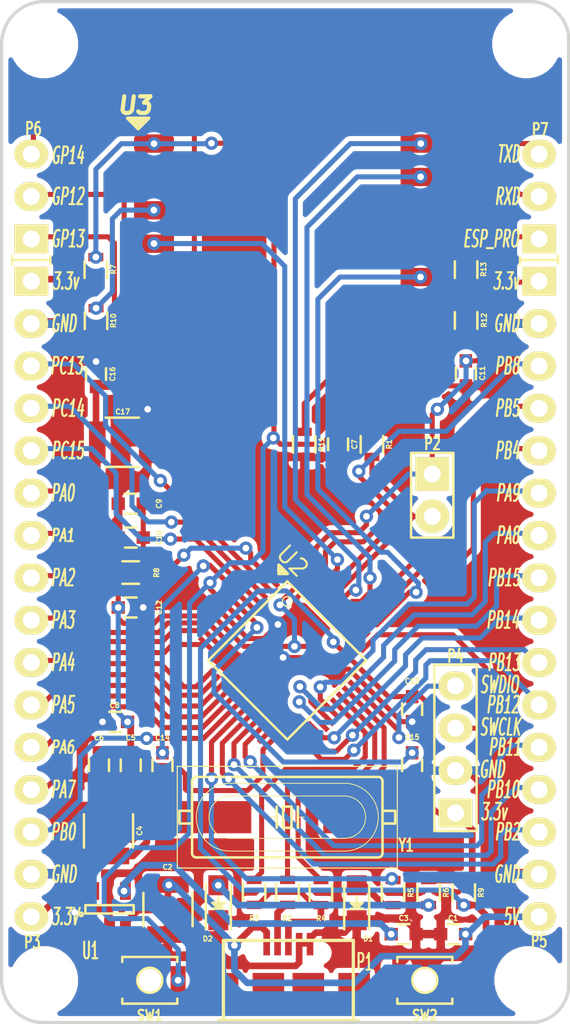
<source format=kicad_pcb>
(kicad_pcb (version 4) (host pcbnew 4.1.0-alpha+201608010717+6997~46~ubuntu14.04.1-product)
  (layers (0 F.Cu signal hide) (31 B.Cu signal hide) (35 F.Paste user) (37 F.SilkS user) (39 F.Mask user) (44 Edge.Cuts user))
  (net 0 "")
  (net 1 +5V)
  (net 2 GNDREF)
  (net 3 "Net-(C3-Pad1)")
  (net 4 +3V3)
  (net 5 /NRST)
  (net 6 /VBAT)
  (net 7 /OSC_IN)
  (net 8 "Net-(C14-Pad2)")
  (net 9 /OSC_OUT)
  (net 10 "Net-(C15-Pad2)")
  (net 11 "Net-(D1-Pad2)")
  (net 12 "Net-(D2-Pad2)")
  (net 13 "Net-(P1-Pad2)")
  (net 14 "Net-(P1-Pad3)")
  (net 15 "Net-(P2-Pad2)")
  (net 16 /SWCLK)
  (net 17 /SWDIO)
  (net 18 /USB_DM)
  (net 19 /USB_DIS)
  (net 20 /USB_DP)
  (net 21 "Net-(R10-Pad1)")
  (net 22 "Net-(R11-Pad1)")
  (net 23 "Net-(R12-Pad2)")
  (net 24 "Net-(U3-Pad13)")
  (net 25 "Net-(U3-Pad14)")
  (net 26 "Net-(U3-Pad2)")
  (net 27 /BUTTON)
  (net 28 IO-13)
  (net 29 IO-14)
  (net 30 IO-15)
  (net 31 IO-16)
  (net 32 IO-17)
  (net 33 IO-18)
  (net 34 IO-19)
  (net 35 IO-20)
  (net 36 IO-21)
  (net 37 IO-22)
  (net 38 IO-23)
  (net 39 IO-24)
  (net 40 IO-0)
  (net 41 IO-1)
  (net 42 IO-2)
  (net 43 IO-3)
  (net 44 IO-4)
  (net 45 IO-5)
  (net 46 IO-6)
  (net 47 IO-7)
  (net 48 IO-8)
  (net 49 IO-9)
  (net 50 IO-10)
  (net 51 IO-11)
  (net 52 Led_u)
  (net 53 GPIO)
  (net 54 ESP_PRO)
  (net 55 RXD)
  (net 56 TXD)
  (net 57 "Net-(P6-Pad3)")
  (net 58 "Net-(P6-Pad2)")
  (net 59 "Net-(P6-Pad1)")
  (net 60 "Net-(P8-Pad1)")
  (net 61 "Net-(P9-Pad1)")
  (net 62 "Net-(P10-Pad1)")
  (net 63 "Net-(P11-Pad1)")
  (module ESP8266:ESP-07v2-smd-16pin (layer F.Cu) (at 114.046 83.185)
    (fp_text reference U3 (at -1.143 -2.286) (layer F.SilkS) (effects (font (thickness 0.25) italic)))
    (fp_text value ESP-07v2)
    (pad 1 smd roundrect (at 0 0) (size 2.4 1.1) (layers F.Cu F.Paste F.Mask) (net 5 /NRST))
    (pad 2 smd rect (at 0 2) (size 2.4 1.1) (layers F.Cu F.Paste F.Mask) (net 26 "Net-(U3-Pad2)"))
    (pad 3 smd rect (at 0 4) (size 2.4 1.1) (layers F.Cu F.Paste F.Mask) (net 21 "Net-(R10-Pad1)"))
    (pad 4 smd rect (at 0 6) (size 2.4 1.1) (layers F.Cu F.Paste F.Mask) (net 53 GPIO))
    (pad 5 smd rect (at 0 8) (size 2.4 1.1) (layers F.Cu F.Paste F.Mask) (net 57 "Net-(P6-Pad3)"))
    (pad 6 smd rect (at 0 10) (size 2.4 1.1) (layers F.Cu F.Paste F.Mask) (net 58 "Net-(P6-Pad2)"))
    (pad 7 smd rect (at 0 12) (size 2.4 1.1) (layers F.Cu F.Paste F.Mask) (net 59 "Net-(P6-Pad1)"))
    (pad 8 smd rect (at 0 14) (size 2.4 1.1) (layers F.Cu F.Paste F.Mask) (net 4 +3V3))
    (pad 9 smd rect (at 16 14) (size 2.4 1.1) (layers F.Cu F.Paste F.Mask) (net 2 GNDREF))
    (pad 10 smd rect (at 16 12) (size 2.4 1.1) (layers F.Cu F.Paste F.Mask) (net 22 "Net-(R11-Pad1)"))
    (pad 11 smd rect (at 16 10) (size 2.4 1.1) (layers F.Cu F.Paste F.Mask) (net 23 "Net-(R12-Pad2)"))
    (pad 12 smd rect (at 16 8) (size 2.4 1.1) (layers F.Cu F.Paste F.Mask) (net 54 ESP_PRO))
    (pad 13 smd rect (at 16 6) (size 2.4 1.1) (layers F.Cu F.Paste F.Mask) (net 24 "Net-(U3-Pad13)"))
    (pad 14 smd rect (at 16 4) (size 2.4 1.1) (layers F.Cu F.Paste F.Mask) (net 25 "Net-(U3-Pad14)"))
    (pad 15 smd rect (at 16 2) (size 2.4 1.1) (layers F.Cu F.Paste F.Mask) (net 55 RXD))
    (pad 16 smd rect (at 16 0) (size 2.4 1.1) (layers F.Cu F.Paste F.Mask) (net 56 TXD))
  )
  (module Pin_Headers:Pin_Header_Straight_1x03 (layer F.Cu) (at 137.16 88.9 180)
    (fp_text reference P7 (at -0.0635 6.5405 180) (layer F.SilkS) (effects (font (size 0.75 0.5) (thickness 0.125))))
    (fp_text value CONN_01X03 hide)
    (pad 1 thru_hole rect (at 0 0 180) (size 2.032 1.7272) (drill 1.016) (layers *.Cu *.Mask F.SilkS) (net 54 ESP_PRO))
    (pad 2 thru_hole oval (at 0 2.54 180) (size 2.032 1.7272) (drill 1.016) (layers *.Cu *.Mask F.SilkS) (net 55 RXD))
    (pad 3 thru_hole oval (at 0 5.08 180) (size 2.032 1.7272) (drill 1.016) (layers *.Cu *.Mask F.SilkS) (net 56 TXD))
  )
  (module Pin_Headers:Pin_Header_Straight_1x03 (layer F.Cu) (at 106.68 88.9 180)
    (fp_text reference P6 (at -0.127 6.604 180) (layer F.SilkS) (effects (font (size 0.75 0.5) (thickness 0.125))))
    (fp_text value CONN_01X03 hide)
    (pad 1 thru_hole rect (at 0 0 180) (size 2.032 1.7272) (drill 1.016) (layers *.Cu *.Mask F.SilkS) (net 59 "Net-(P6-Pad1)"))
    (pad 2 thru_hole oval (at 0 2.54 180) (size 2.032 1.7272) (drill 1.016) (layers *.Cu *.Mask F.SilkS) (net 58 "Net-(P6-Pad2)"))
    (pad 3 thru_hole oval (at 0 5.08 180) (size 2.032 1.7272) (drill 1.016) (layers *.Cu *.Mask F.SilkS) (net 57 "Net-(P6-Pad3)"))
  )
  (module Pin_Headers:Pin_Header_Straight_1x16 (layer F.Cu) (at 106.68 91.44)
    (fp_text reference P3 (at 0.0635 39.624) (layer F.SilkS) (effects (font (size 0.75 0.5) (thickness 0.125))))
    (fp_text value CONN_01X16 hide)
    (pad 1 thru_hole rect (at 0 0) (size 2.032 1.7272) (drill 1.016) (layers *.Cu *.Mask F.SilkS) (net 4 +3V3))
    (pad 2 thru_hole oval (at 0 2.54) (size 2.032 1.7272) (drill 1.016) (layers *.Cu *.Mask F.SilkS) (net 2 GNDREF))
    (pad 3 thru_hole oval (at 0 5.08) (size 2.032 1.7272) (drill 1.016) (layers *.Cu *.Mask F.SilkS) (net 40 IO-0))
    (pad 4 thru_hole oval (at 0 7.62) (size 2.032 1.7272) (drill 1.016) (layers *.Cu *.Mask F.SilkS) (net 41 IO-1))
    (pad 5 thru_hole oval (at 0 10.16) (size 2.032 1.7272) (drill 1.016) (layers *.Cu *.Mask F.SilkS) (net 42 IO-2))
    (pad 6 thru_hole oval (at 0 12.7) (size 2.032 1.7272) (drill 1.016) (layers *.Cu *.Mask F.SilkS) (net 43 IO-3))
    (pad 7 thru_hole oval (at 0 15.24) (size 2.032 1.7272) (drill 1.016) (layers *.Cu *.Mask F.SilkS) (net 44 IO-4))
    (pad 8 thru_hole oval (at 0 17.78) (size 2.032 1.7272) (drill 1.016) (layers *.Cu *.Mask F.SilkS) (net 45 IO-5))
    (pad 9 thru_hole oval (at 0 20.32) (size 2.032 1.7272) (drill 1.016) (layers *.Cu *.Mask F.SilkS) (net 46 IO-6))
    (pad 10 thru_hole oval (at 0 22.86) (size 2.032 1.7272) (drill 1.016) (layers *.Cu *.Mask F.SilkS) (net 47 IO-7))
    (pad 11 thru_hole oval (at 0 25.4) (size 2.032 1.7272) (drill 1.016) (layers *.Cu *.Mask F.SilkS) (net 48 IO-8))
    (pad 12 thru_hole oval (at 0 27.94) (size 2.032 1.7272) (drill 1.016) (layers *.Cu *.Mask F.SilkS) (net 49 IO-9))
    (pad 13 thru_hole oval (at 0 30.48) (size 2.032 1.7272) (drill 1.016) (layers *.Cu *.Mask F.SilkS) (net 50 IO-10))
    (pad 14 thru_hole oval (at 0 33.02) (size 2.032 1.7272) (drill 1.016) (layers *.Cu *.Mask F.SilkS) (net 51 IO-11))
    (pad 15 thru_hole oval (at 0 35.56) (size 2.032 1.7272) (drill 1.016) (layers *.Cu *.Mask F.SilkS) (net 2 GNDREF))
    (pad 16 thru_hole oval (at 0 38.1) (size 2.032 1.7272) (drill 1.016) (layers *.Cu *.Mask F.SilkS) (net 4 +3V3))
  )
  (module Pin_Headers:Pin_Header_Straight_1x16 (layer F.Cu) (at 137.16 91.44)
    (fp_text reference P5 (at 0 39.5605) (layer F.SilkS) (effects (font (size 0.75 0.5) (thickness 0.125))))
    (fp_text value CONN_01X16 hide)
    (pad 1 thru_hole rect (at 0 0) (size 2.032 1.7272) (drill 1.016) (layers *.Cu *.Mask F.SilkS) (net 4 +3V3))
    (pad 2 thru_hole oval (at 0 2.54) (size 2.032 1.7272) (drill 1.016) (layers *.Cu *.Mask F.SilkS) (net 2 GNDREF))
    (pad 3 thru_hole oval (at 0 5.08) (size 2.032 1.7272) (drill 1.016) (layers *.Cu *.Mask F.SilkS) (net 39 IO-24))
    (pad 4 thru_hole oval (at 0 7.62) (size 2.032 1.7272) (drill 1.016) (layers *.Cu *.Mask F.SilkS) (net 38 IO-23))
    (pad 5 thru_hole oval (at 0 10.16) (size 2.032 1.7272) (drill 1.016) (layers *.Cu *.Mask F.SilkS) (net 37 IO-22))
    (pad 6 thru_hole oval (at 0 12.7) (size 2.032 1.7272) (drill 1.016) (layers *.Cu *.Mask F.SilkS) (net 36 IO-21))
    (pad 7 thru_hole oval (at 0 15.24) (size 2.032 1.7272) (drill 1.016) (layers *.Cu *.Mask F.SilkS) (net 35 IO-20))
    (pad 8 thru_hole oval (at 0 17.78) (size 2.032 1.7272) (drill 1.016) (layers *.Cu *.Mask F.SilkS) (net 34 IO-19))
    (pad 9 thru_hole oval (at 0 20.32) (size 2.032 1.7272) (drill 1.016) (layers *.Cu *.Mask F.SilkS) (net 33 IO-18))
    (pad 10 thru_hole oval (at 0 22.86) (size 2.032 1.7272) (drill 1.016) (layers *.Cu *.Mask F.SilkS) (net 32 IO-17))
    (pad 11 thru_hole oval (at 0 25.4) (size 2.032 1.7272) (drill 1.016) (layers *.Cu *.Mask F.SilkS) (net 31 IO-16))
    (pad 12 thru_hole oval (at 0 27.94) (size 2.032 1.7272) (drill 1.016) (layers *.Cu *.Mask F.SilkS) (net 30 IO-15))
    (pad 13 thru_hole oval (at 0 30.48) (size 2.032 1.7272) (drill 1.016) (layers *.Cu *.Mask F.SilkS) (net 29 IO-14))
    (pad 14 thru_hole oval (at 0 33.02) (size 2.032 1.7272) (drill 1.016) (layers *.Cu *.Mask F.SilkS) (net 28 IO-13))
    (pad 15 thru_hole oval (at 0 35.56) (size 2.032 1.7272) (drill 1.016) (layers *.Cu *.Mask F.SilkS) (net 2 GNDREF))
    (pad 16 thru_hole oval (at 0 38.1) (size 2.032 1.7272) (drill 1.016) (layers *.Cu *.Mask F.SilkS) (net 1 +5V))
  )
  (module Pin_Headers:Pin_Header_Straight_1x04 (layer F.Cu) (at 132.1435 123.317 180)
    (fp_text reference P4 (at 0 9.398 180) (layer F.SilkS) (effects (font (size 0.75 0.5) (thickness 0.125))))
    (fp_text value CONN_01X04 hide)
    (pad 1 thru_hole rect (at 0 0 180) (size 2.032 1.7272) (drill 1.016) (layers *.Cu *.Mask F.SilkS) (net 4 +3V3))
    (pad 2 thru_hole oval (at 0 2.54 180) (size 2.032 1.7272) (drill 1.016) (layers *.Cu *.Mask F.SilkS) (net 2 GNDREF))
    (pad 3 thru_hole oval (at 0 5.08 180) (size 2.032 1.7272) (drill 1.016) (layers *.Cu *.Mask F.SilkS) (net 16 /SWCLK))
    (pad 4 thru_hole oval (at 0 7.62 180) (size 2.032 1.7272) (drill 1.016) (layers *.Cu *.Mask F.SilkS) (net 17 /SWDIO))
  )
  (module Pin_Headers:Pin_Header_Straight_1x02 (layer F.Cu) (at 130.7465 102.997)
    (fp_text reference P2 (at 0.0127 -1.8288) (layer F.SilkS) (effects (font (size 0.75 0.5) (thickness 0.125))))
    (fp_text value CONN_01X02 hide)
    (pad 1 thru_hole rect (at 0 0) (size 2.032 2.032) (drill 1.016) (layers *.Cu *.Mask F.SilkS) (net 4 +3V3))
    (pad 2 thru_hole oval (at 0 2.54) (size 2.032 2.032) (drill 1.016) (layers *.Cu *.Mask F.SilkS) (net 15 "Net-(P2-Pad2)"))
  )
  (module Mounting_Holes:MountingHole_3.5mm (layer F.Cu) (at 107.442 77.216)
    (fp_text reference P8 (at -0.0127 -0.0127) (layer F.SilkS))
    (fp_text value CONN_01X01 hide)
    (pad 1 np_thru_hole circle (at 0 0) (size 3.5 3.5) (drill 3.5) (layers *.Cu *.Mask F.SilkS) (net 60 "Net-(P8-Pad1)"))
  )
  (module Mounting_Holes:MountingHole_3.5mm (layer F.Cu) (at 136.398 77.216)
    (fp_text reference P9 (at 0 0) (layer F.SilkS))
    (fp_text value CONN_01X01 hide)
    (pad 1 np_thru_hole circle (at 0 0) (size 3.5 3.5) (drill 3.5) (layers *.Cu *.Mask F.SilkS) (net 61 "Net-(P9-Pad1)"))
  )
  (module Mounting_Holes:MountingHole_3.5mm (layer F.Cu) (at 136.525 133.35)
    (fp_text reference P11 (at 0 0) (layer F.SilkS))
    (fp_text value CONN_01X01 hide)
    (pad 1 np_thru_hole circle (at 0 0) (size 3.5 3.5) (drill 3.5) (layers *.Cu *.Mask F.SilkS) (net 63 "Net-(P11-Pad1)"))
  )
  (module Mounting_Holes:MountingHole_3.5mm (layer F.Cu) (at 107.442 133.35)
    (fp_text reference P10 (at 0 0) (layer F.SilkS))
    (fp_text value CONN_01X01 hide)
    (pad 1 np_thru_hole circle (at 0 0) (size 3.5 3.5) (drill 3.5) (layers *.Cu *.Mask F.SilkS) (net 62 "Net-(P10-Pad1)"))
  )
  (module TO_SOT_Packages_SMD:SOT-23-5 (layer F.Cu) (at 111.379 129.0955 90)
    (fp_text reference U1 (at -2.4765 -1.143 180) (layer F.SilkS) (effects (font (size 1 0.5) (thickness 0.125))))
    (fp_text value LP2985LV hide)
    (pad 1 smd rect (at -1.1 -0.95 90) (size 1.06 0.65) (layers F.Cu F.Paste F.Mask) (net 1 +5V))
    (pad 2 smd rect (at -1.1 0 90) (size 1.06 0.65) (layers F.Cu F.Paste F.Mask) (net 2 GNDREF))
    (pad 3 smd rect (at -1.1 0.95 90) (size 1.06 0.65) (layers F.Cu F.Paste F.Mask) (net 1 +5V))
    (pad 4 smd rect (at 1.1 0.95 90) (size 1.06 0.65) (layers F.Cu F.Paste F.Mask) (net 3 "Net-(C3-Pad1)"))
    (pad 5 smd rect (at 1.1 -0.95 90) (size 1.06 0.65) (layers F.Cu F.Paste F.Mask) (net 4 +3V3))
  )
  (module Capacitors_SMD:C_0603 (layer F.Cu) (at 132.767 96.963 90)
    (fp_text reference C11 (at 0.0112 0.9894 90) (layer F.SilkS) (effects (font (size 0.3 0.3) (thickness 0.075))))
    (fp_text value 0.1uF hide)
    (pad 1 smd rect (at -0.75 0 90) (size 0.8 0.75) (layers F.Cu F.Paste F.Mask) (net 2 GNDREF))
    (pad 2 smd rect (at 0.75 0 90) (size 0.8 0.75) (layers F.Cu F.Paste F.Mask) (net 4 +3V3))
  )
  (module Buttons_Switches_SMD:SW_SPST_B3U-1000P-B (layer F.Cu) (at 130.302 133.35 180)
    (fp_text reference SW2 (at 0 -2.0955 180) (layer F.SilkS) (effects (font (size 0.6 0.5) (thickness 0.125))))
    (fp_text value SW_PUSH_SMALL_H hide)
    (pad 1 smd rect (at -1.7 0 180) (size 0.9 1.7) (layers F.Cu F.Paste F.Mask) (net 27 /BUTTON))
    (pad 2 smd rect (at 1.7 0 180) (size 0.9 1.7) (layers F.Cu F.Paste F.Mask) (net 2 GNDREF))
    (pad "" np_thru_hole circle (at 0 0 180) (size 0.8 0.8) (drill 0.8) (layers *.Cu *.Mask))
  )
  (module stm32f108:LQFP48 (layer F.Cu) (at 122.047 114.173 315)
    (fp_text reference U2 (at -3.996214 -4.445227 315) (layer F.SilkS) (effects (font (thickness 0.125))))
    (fp_text value STM32F103C8Tx hide)
    (pad 1 smd rect (at -4.1 -2.75 45) (size 0.3 1.2) (layers F.Cu F.Paste F.Mask) (net 6 /VBAT))
    (pad 2 smd rect (at -4.1 -2.25 45) (size 0.3 1.2) (layers F.Cu F.Paste F.Mask) (net 40 IO-0))
    (pad 3 smd rect (at -4.1 -1.75 45) (size 0.3 1.2) (layers F.Cu F.Paste F.Mask) (net 41 IO-1))
    (pad 4 smd rect (at -4.1 -1.25 45) (size 0.3 1.2) (layers F.Cu F.Paste F.Mask) (net 42 IO-2))
    (pad 5 smd rect (at -4.1 -0.75 45) (size 0.3 1.2) (layers F.Cu F.Paste F.Mask) (net 7 /OSC_IN))
    (pad 6 smd rect (at -4.1 -0.25 45) (size 0.3 1.2) (layers F.Cu F.Paste F.Mask) (net 9 /OSC_OUT))
    (pad 7 smd rect (at -4.1 0.25 45) (size 0.3 1.2) (layers F.Cu F.Paste F.Mask) (net 5 /NRST))
    (pad 8 smd rect (at -4.1 0.75 45) (size 0.3 1.2) (layers F.Cu F.Paste F.Mask) (net 2 GNDREF))
    (pad 9 smd rect (at -4.1 1.25 45) (size 0.3 1.2) (layers F.Cu F.Paste F.Mask) (net 4 +3V3))
    (pad 10 smd rect (at -4.1 1.75 45) (size 0.3 1.2) (layers F.Cu F.Paste F.Mask) (net 43 IO-3))
    (pad 11 smd rect (at -4.1 2.25 45) (size 0.3 1.2) (layers F.Cu F.Paste F.Mask) (net 44 IO-4))
    (pad 12 smd rect (at -4.1 2.75 45) (size 0.3 1.2) (layers F.Cu F.Paste F.Mask) (net 45 IO-5))
    (pad 13 smd rect (at -2.75 4.1 135) (size 0.3 1.2) (layers F.Cu F.Paste F.Mask) (net 46 IO-6))
    (pad 14 smd rect (at -2.25 4.1 135) (size 0.3 1.2) (layers F.Cu F.Paste F.Mask) (net 47 IO-7))
    (pad 15 smd rect (at -1.75 4.1 135) (size 0.3 1.2) (layers F.Cu F.Paste F.Mask) (net 48 IO-8))
    (pad 16 smd rect (at -1.25 4.1 135) (size 0.3 1.2) (layers F.Cu F.Paste F.Mask) (net 49 IO-9))
    (pad 17 smd rect (at -0.75 4.1 135) (size 0.3 1.2) (layers F.Cu F.Paste F.Mask) (net 50 IO-10))
    (pad 18 smd rect (at -0.25 4.1 135) (size 0.3 1.2) (layers F.Cu F.Paste F.Mask) (net 51 IO-11))
    (pad 19 smd rect (at 0.25 4.1 135) (size 0.3 1.2) (layers F.Cu F.Paste F.Mask) (net 52 Led_u))
    (pad 20 smd rect (at 0.75 4.1 135) (size 0.3 1.2) (layers F.Cu F.Paste F.Mask) (net 28 IO-13))
    (pad 21 smd rect (at 1.25 4.1 135) (size 0.3 1.2) (layers F.Cu F.Paste F.Mask) (net 29 IO-14))
    (pad 22 smd rect (at 1.75 4.1 135) (size 0.3 1.2) (layers F.Cu F.Paste F.Mask) (net 30 IO-15))
    (pad 23 smd rect (at 2.25 4.1 135) (size 0.3 1.2) (layers F.Cu F.Paste F.Mask) (net 2 GNDREF))
    (pad 24 smd rect (at 2.75 4.1 135) (size 0.3 1.2) (layers F.Cu F.Paste F.Mask) (net 4 +3V3))
    (pad 25 smd rect (at 4.1 2.75 45) (size 0.3 1.2) (layers F.Cu F.Paste F.Mask) (net 31 IO-16))
    (pad 26 smd rect (at 4.1 2.25 45) (size 0.3 1.2) (layers F.Cu F.Paste F.Mask) (net 32 IO-17))
    (pad 27 smd rect (at 4.1 1.75 45) (size 0.3 1.2) (layers F.Cu F.Paste F.Mask) (net 33 IO-18))
    (pad 28 smd rect (at 4.1 1.25 45) (size 0.3 1.2) (layers F.Cu F.Paste F.Mask) (net 34 IO-19))
    (pad 29 smd rect (at 4.1 0.75 45) (size 0.3 1.2) (layers F.Cu F.Paste F.Mask) (net 35 IO-20))
    (pad 30 smd rect (at 4.1 0.25 45) (size 0.3 1.2) (layers F.Cu F.Paste F.Mask) (net 36 IO-21))
    (pad 31 smd rect (at 4.1 -0.25 45) (size 0.3 1.2) (layers F.Cu F.Paste F.Mask) (net 19 /USB_DIS))
    (pad 32 smd rect (at 4.1 -0.75 45) (size 0.3 1.2) (layers F.Cu F.Paste F.Mask) (net 18 /USB_DM))
    (pad 33 smd rect (at 4.1 -1.25 45) (size 0.3 1.2) (layers F.Cu F.Paste F.Mask) (net 20 /USB_DP))
    (pad 34 smd rect (at 4.1 -1.75 45) (size 0.3 1.2) (layers F.Cu F.Paste F.Mask) (net 17 /SWDIO))
    (pad 35 smd rect (at 4.1 -2.25 45) (size 0.3 1.2) (layers F.Cu F.Paste F.Mask) (net 2 GNDREF))
    (pad 36 smd rect (at 4.1 -2.75 45) (size 0.3 1.2) (layers F.Cu F.Paste F.Mask) (net 4 +3V3))
    (pad 37 smd rect (at 2.75 -4.1 135) (size 0.3 1.2) (layers F.Cu F.Paste F.Mask) (net 16 /SWCLK))
    (pad 38 smd rect (at 2.25 -4.1 135) (size 0.3 1.2) (layers F.Cu F.Paste F.Mask) (net 27 /BUTTON))
    (pad 39 smd rect (at 1.75 -4.1 135) (size 0.3 1.2) (layers F.Cu F.Paste F.Mask) (net 54 ESP_PRO))
    (pad 40 smd rect (at 1.25 -4.1 135) (size 0.3 1.2) (layers F.Cu F.Paste F.Mask) (net 37 IO-22))
    (pad 41 smd rect (at 0.75 -4.1 135) (size 0.3 1.2) (layers F.Cu F.Paste F.Mask) (net 38 IO-23))
    (pad 42 smd rect (at 0.25 -4.1 135) (size 0.3 1.2) (layers F.Cu F.Paste F.Mask) (net 55 RXD))
    (pad 43 smd rect (at -0.25 -4.1 135) (size 0.3 1.2) (layers F.Cu F.Paste F.Mask) (net 56 TXD))
    (pad 44 smd rect (at -0.75 -4.1 135) (size 0.3 1.2) (layers F.Cu F.Paste F.Mask) (net 15 "Net-(P2-Pad2)"))
    (pad 45 smd rect (at -1.25 -4.1 135) (size 0.3 1.2) (layers F.Cu F.Paste F.Mask) (net 39 IO-24))
    (pad 46 smd rect (at -1.75 -4.1 135) (size 0.3 1.2) (layers F.Cu F.Paste F.Mask) (net 53 GPIO))
    (pad 47 smd rect (at -2.25 -4.1 135) (size 0.3 1.2) (layers F.Cu F.Paste F.Mask) (net 2 GNDREF))
    (pad 48 smd rect (at -2.75 -4.1 135) (size 0.3 1.2) (layers F.Cu F.Paste F.Mask) (net 4 +3V3))
  )
  (module Capacitors_SMD:C_1210 (layer F.Cu) (at 114.8842 129.1082 270)
    (fp_text reference C2 (at -2.54 0.0254) (layer F.SilkS) (effects (font (size 0.3 0.3) (thickness 0.075))))
    (fp_text value 10uF-50v hide)
    (pad 1 smd rect (at -1.5 0 270) (size 1 2.5) (layers F.Cu F.Paste F.Mask) (net 1 +5V))
    (pad 2 smd rect (at 1.5 0 270) (size 1 2.5) (layers F.Cu F.Paste F.Mask) (net 2 GNDREF))
  )
  (module Capacitors_SMD:C_1210 (layer F.Cu) (at 111.3155 124.3965 90)
    (fp_text reference C4 (at 0.0127 1.8669 90) (layer F.SilkS) (effects (font (size 0.3 0.3) (thickness 0.075))))
    (fp_text value 10uF-50v hide)
    (pad 1 smd rect (at -1.5 0 90) (size 1 2.5) (layers F.Cu F.Paste F.Mask) (net 4 +3V3))
    (pad 2 smd rect (at 1.5 0 90) (size 1 2.5) (layers F.Cu F.Paste F.Mask) (net 2 GNDREF))
  )
  (module Capacitors_SMD:C_0603 (layer F.Cu) (at 112.649 120.4595 90)
    (fp_text reference C5 (at 1.651 0 180) (layer F.SilkS) (effects (font (size 0.3 0.3) (thickness 0.075))))
    (fp_text value 0.1uF hide)
    (pad 1 smd rect (at -0.75 0 90) (size 0.8 0.75) (layers F.Cu F.Paste F.Mask) (net 2 GNDREF))
    (pad 2 smd rect (at 0.75 0 90) (size 0.8 0.75) (layers F.Cu F.Paste F.Mask) (net 4 +3V3))
  )
  (module Capacitors_SMD:C_0603 (layer F.Cu) (at 110.744 120.4595 90)
    (fp_text reference C6 (at 1.651 0 180) (layer F.SilkS) (effects (font (size 0.3 0.3) (thickness 0.075))))
    (fp_text value 1uF hide)
    (pad 1 smd rect (at -0.75 0 90) (size 0.8 0.75) (layers F.Cu F.Paste F.Mask) (net 2 GNDREF))
    (pad 2 smd rect (at 0.75 0 90) (size 0.8 0.75) (layers F.Cu F.Paste F.Mask) (net 4 +3V3))
  )
  (module Capacitors_SMD:C_0603 (layer F.Cu) (at 125.095 101.219 270)
    (fp_text reference C7 (at 0 -0.9906 270) (layer F.SilkS) (effects (font (size 0.3 0.3) (thickness 0.075))))
    (fp_text value 0.1uF hide)
    (pad 1 smd rect (at -0.75 0 270) (size 0.8 0.75) (layers F.Cu F.Paste F.Mask) (net 5 /NRST))
    (pad 2 smd rect (at 0.75 0 270) (size 0.8 0.75) (layers F.Cu F.Paste F.Mask) (net 2 GNDREF))
  )
  (module Capacitors_SMD:C_0603 (layer F.Cu) (at 111.7092 117.856)
    (fp_text reference C8 (at -0.0254 -0.9906) (layer F.SilkS) (effects (font (size 0.3 0.3) (thickness 0.075))))
    (fp_text value 0.1uF hide)
    (pad 1 smd rect (at -0.75 0) (size 0.8 0.75) (layers F.Cu F.Paste F.Mask) (net 2 GNDREF))
    (pad 2 smd rect (at 0.75 0) (size 0.8 0.75) (layers F.Cu F.Paste F.Mask) (net 4 +3V3))
  )
  (module Capacitors_SMD:C_0603 (layer F.Cu) (at 112.649 104.775)
    (fp_text reference C9 (at 1.7018 0 90) (layer F.SilkS) (effects (font (size 0.3 0.3) (thickness 0.075))))
    (fp_text value 1uF hide)
    (pad 1 smd rect (at -0.75 0) (size 0.8 0.75) (layers F.Cu F.Paste F.Mask) (net 2 GNDREF))
    (pad 2 smd rect (at 0.75 0) (size 0.8 0.75) (layers F.Cu F.Paste F.Mask) (net 6 /VBAT))
  )
  (module Capacitors_SMD:C_0603 (layer F.Cu) (at 112.649 106.807)
    (fp_text reference C10 (at 1.7018 0 90) (layer F.SilkS) (effects (font (size 0.3 0.3) (thickness 0.075))))
    (fp_text value 0.1uF hide)
    (pad 1 smd rect (at -0.75 0) (size 0.8 0.75) (layers F.Cu F.Paste F.Mask) (net 2 GNDREF))
    (pad 2 smd rect (at 0.75 0) (size 0.8 0.75) (layers F.Cu F.Paste F.Mask) (net 6 /VBAT))
  )
  (module Capacitors_SMD:C_0603 (layer F.Cu) (at 112.649 110.998 180)
    (fp_text reference C12 (at -1.7018 0 270) (layer F.SilkS) (effects (font (size 0.3 0.3) (thickness 0.075))))
    (fp_text value 0.1uF hide)
    (pad 1 smd rect (at -0.75 0 180) (size 0.8 0.75) (layers F.Cu F.Paste F.Mask) (net 2 GNDREF))
    (pad 2 smd rect (at 0.75 0 180) (size 0.8 0.75) (layers F.Cu F.Paste F.Mask) (net 4 +3V3))
  )
  (module Capacitors_SMD:C_0603 (layer F.Cu) (at 129.54 117.094 270)
    (fp_text reference C13 (at -1.6764 0 180) (layer F.SilkS) (effects (font (size 0.3 0.3) (thickness 0.075))))
    (fp_text value 0.1uF hide)
    (pad 1 smd rect (at -0.75 0 270) (size 0.8 0.75) (layers F.Cu F.Paste F.Mask) (net 4 +3V3))
    (pad 2 smd rect (at 0.75 0 270) (size 0.8 0.75) (layers F.Cu F.Paste F.Mask) (net 2 GNDREF))
  )
  (module Capacitors_SMD:C_0603 (layer F.Cu) (at 114.554 120.4595 270)
    (fp_text reference C14 (at -1.651 0 180) (layer F.SilkS) (effects (font (size 0.3 0.3) (thickness 0.075))))
    (fp_text value 10pF hide)
    (pad 1 smd rect (at -0.75 0 270) (size 0.8 0.75) (layers F.Cu F.Paste F.Mask) (net 7 /OSC_IN))
    (pad 2 smd rect (at 0.75 0 270) (size 0.8 0.75) (layers F.Cu F.Paste F.Mask) (net 8 "Net-(C14-Pad2)"))
  )
  (module Capacitors_SMD:C_0603 (layer F.Cu) (at 129.54 120.4595 270)
    (fp_text reference C15 (at -1.6891 0 180) (layer F.SilkS) (effects (font (size 0.3 0.3) (thickness 0.075))))
    (fp_text value 10pF hide)
    (pad 1 smd rect (at -0.75 0 270) (size 0.8 0.75) (layers F.Cu F.Paste F.Mask) (net 9 /OSC_OUT))
    (pad 2 smd rect (at 0.75 0 270) (size 0.8 0.75) (layers F.Cu F.Paste F.Mask) (net 10 "Net-(C15-Pad2)"))
  )
  (module Capacitors_SMD:C_0603 (layer F.Cu) (at 110.5662 97.0026 90)
    (fp_text reference C16 (at 0 0.9906 90) (layer F.SilkS) (effects (font (size 0.3 0.3) (thickness 0.075))))
    (fp_text value 0.1uF hide)
    (pad 1 smd rect (at -0.75 0 90) (size 0.8 0.75) (layers F.Cu F.Paste F.Mask) (net 4 +3V3))
    (pad 2 smd rect (at 0.75 0 90) (size 0.8 0.75) (layers F.Cu F.Paste F.Mask) (net 2 GNDREF))
  )
  (module LEDs:LED_0805 (layer F.Cu) (at 126.2126 128.7018 90)
    (fp_text reference D1 (at -2.159 0.6858 180) (layer F.SilkS) (effects (font (size 0.3 0.3) (thickness 0.075))))
    (fp_text value "Led PWR" hide)
    (pad 2 smd rect (at 1.04902 0 270) (size 1.19888 1.19888) (layers F.Cu F.Paste F.Mask) (net 11 "Net-(D1-Pad2)"))
    (pad 1 smd rect (at -1.04902 0 270) (size 1.19888 1.19888) (layers F.Cu F.Paste F.Mask) (net 2 GNDREF))
  )
  (module LEDs:LED_0805 (layer F.Cu) (at 117.9068 128.7018 90)
    (fp_text reference D2 (at -2.159 -0.635 180) (layer F.SilkS) (effects (font (size 0.3 0.3) (thickness 0.075))))
    (fp_text value Led hide)
    (pad 2 smd rect (at 1.04902 0 270) (size 1.19888 1.19888) (layers F.Cu F.Paste F.Mask) (net 12 "Net-(D2-Pad2)"))
    (pad 1 smd rect (at -1.04902 0 270) (size 1.19888 1.19888) (layers F.Cu F.Paste F.Mask) (net 2 GNDREF))
  )
  (module Resistors_SMD:R_0603 (layer F.Cu) (at 127.127 101.219 90)
    (fp_text reference R1 (at 0 1.0414 90) (layer F.SilkS) (effects (font (size 0.3 0.3) (thickness 0.075))))
    (fp_text value 10k hide)
    (pad 1 smd rect (at -0.75 0 90) (size 0.5 0.9) (layers F.Cu F.Paste F.Mask) (net 15 "Net-(P2-Pad2)"))
    (pad 2 smd rect (at 0.75 0 90) (size 0.5 0.9) (layers F.Cu F.Paste F.Mask) (net 2 GNDREF))
  )
  (module Resistors_SMD:R_0603 (layer F.Cu) (at 122.0597 128.0795 270)
    (fp_text reference R2 (at 1.5621 0.0127) (layer F.SilkS) (effects (font (size 0.3 0.3) (thickness 0.075))))
    (fp_text value 22 hide)
    (pad 1 smd rect (at -0.75 0 270) (size 0.5 0.9) (layers F.Cu F.Paste F.Mask) (net 18 /USB_DM))
    (pad 2 smd rect (at 0.75 0 270) (size 0.5 0.9) (layers F.Cu F.Paste F.Mask) (net 13 "Net-(P1-Pad2)"))
  )
  (module Resistors_SMD:R_0603 (layer F.Cu) (at 120.0531 128.0795 270)
    (fp_text reference R3 (at 1.5621 -0.0127) (layer F.SilkS) (effects (font (size 0.3 0.3) (thickness 0.075))))
    (fp_text value 1.5K hide)
    (pad 1 smd rect (at -0.75 0 270) (size 0.5 0.9) (layers F.Cu F.Paste F.Mask) (net 19 /USB_DIS))
    (pad 2 smd rect (at 0.75 0 270) (size 0.5 0.9) (layers F.Cu F.Paste F.Mask) (net 14 "Net-(P1-Pad3)"))
  )
  (module Resistors_SMD:R_0603 (layer F.Cu) (at 124.0663 128.0922 270)
    (fp_text reference R4 (at 1.5494 -0.0127 180) (layer F.SilkS) (effects (font (size 0.3 0.3) (thickness 0.075))))
    (fp_text value 22 hide)
    (pad 1 smd rect (at -0.75 0 270) (size 0.5 0.9) (layers F.Cu F.Paste F.Mask) (net 20 /USB_DP))
    (pad 2 smd rect (at 0.75 0 270) (size 0.5 0.9) (layers F.Cu F.Paste F.Mask) (net 14 "Net-(P1-Pad3)"))
  )
  (module Resistors_SMD:R_0603 (layer F.Cu) (at 128.397 128.0922 270)
    (fp_text reference R5 (at 0 -1.0668 270) (layer F.SilkS) (effects (font (size 0.3 0.3) (thickness 0.075))))
    (fp_text value 10k hide)
    (pad 1 smd rect (at -0.75 0 270) (size 0.5 0.9) (layers F.Cu F.Paste F.Mask) (net 52 Led_u))
    (pad 2 smd rect (at 0.75 0 270) (size 0.5 0.9) (layers F.Cu F.Paste F.Mask) (net 11 "Net-(D1-Pad2)"))
  )
  (module Resistors_SMD:R_0603 (layer F.Cu) (at 130.5306 128.0922 270)
    (fp_text reference R6 (at 0 -1.0414 270) (layer F.SilkS) (effects (font (size 0.3 0.3) (thickness 0.075))))
    (fp_text value 10k hide)
    (pad 1 smd rect (at -0.75 0 270) (size 0.5 0.9) (layers F.Cu F.Paste F.Mask) (net 4 +3V3))
    (pad 2 smd rect (at 0.75 0 270) (size 0.5 0.9) (layers F.Cu F.Paste F.Mask) (net 12 "Net-(D2-Pad2)"))
  )
  (module Resistors_SMD:R_0603 (layer F.Cu) (at 110.5535 90.7415 270)
    (fp_text reference R7 (at -0.0127 -1.0541 270) (layer F.SilkS) (effects (font (size 0.3 0.3) (thickness 0.075))))
    (fp_text value 10K hide)
    (pad 1 smd rect (at -0.75 0 270) (size 0.5 0.9) (layers F.Cu F.Paste F.Mask) (net 5 /NRST))
    (pad 2 smd rect (at 0.75 0 270) (size 0.5 0.9) (layers F.Cu F.Paste F.Mask) (net 4 +3V3))
  )
  (module Resistors_SMD:R_0603 (layer F.Cu) (at 112.649 108.9025 180)
    (fp_text reference R8 (at -1.5494 -0.0127 270) (layer F.SilkS) (effects (font (size 0.3 0.3) (thickness 0.075))))
    (fp_text value 0R hide)
    (pad 1 smd rect (at -0.75 0 180) (size 0.5 0.9) (layers F.Cu F.Paste F.Mask) (net 6 /VBAT))
    (pad 2 smd rect (at 0.75 0 180) (size 0.5 0.9) (layers F.Cu F.Paste F.Mask) (net 4 +3V3))
  )
  (module Resistors_SMD:R_0603 (layer F.Cu) (at 132.6388 128.0922 90)
    (fp_text reference R9 (at 0 1.0414 90) (layer F.SilkS) (effects (font (size 0.3 0.3) (thickness 0.075))))
    (fp_text value 10K hide)
    (pad 1 smd rect (at -0.75 0 90) (size 0.5 0.9) (layers F.Cu F.Paste F.Mask) (net 27 /BUTTON))
    (pad 2 smd rect (at 0.75 0 90) (size 0.5 0.9) (layers F.Cu F.Paste F.Mask) (net 4 +3V3))
  )
  (module Resistors_SMD:R_0603 (layer F.Cu) (at 110.5662 93.8022 270)
    (fp_text reference R10 (at 0 -1.0414 270) (layer F.SilkS) (effects (font (size 0.3 0.3) (thickness 0.075))))
    (fp_text value 10K hide)
    (pad 1 smd rect (at -0.75 0 270) (size 0.5 0.9) (layers F.Cu F.Paste F.Mask) (net 21 "Net-(R10-Pad1)"))
    (pad 2 smd rect (at 0.75 0 270) (size 0.5 0.9) (layers F.Cu F.Paste F.Mask) (net 4 +3V3))
  )
  (module Resistors_SMD:R_0603 (layer F.Cu) (at 123.063 101.219 270)
    (fp_text reference R11 (at 0 -1.0414 270) (layer F.SilkS) (effects (font (size 0.3 0.3) (thickness 0.075))))
    (fp_text value 10K hide)
    (pad 1 smd rect (at -0.75 0 270) (size 0.5 0.9) (layers F.Cu F.Paste F.Mask) (net 22 "Net-(R11-Pad1)"))
    (pad 2 smd rect (at 0.75 0 270) (size 0.5 0.9) (layers F.Cu F.Paste F.Mask) (net 2 GNDREF))
  )
  (module Resistors_SMD:R_0603 (layer F.Cu) (at 132.7785 93.7895 270)
    (fp_text reference R12 (at -0.0127 -1.0795 90) (layer F.SilkS) (effects (font (size 0.3 0.3) (thickness 0.075))))
    (fp_text value 10K hide)
    (pad 1 smd rect (at -0.75 0 270) (size 0.5 0.9) (layers F.Cu F.Paste F.Mask) (net 4 +3V3))
    (pad 2 smd rect (at 0.75 0 270) (size 0.5 0.9) (layers F.Cu F.Paste F.Mask) (net 23 "Net-(R12-Pad2)"))
  )
  (module Resistors_SMD:R_0603 (layer F.Cu) (at 132.7785 90.7415 90)
    (fp_text reference R13 (at 0.0127 1.0541 270) (layer F.SilkS) (effects (font (size 0.3 0.3) (thickness 0.075))))
    (fp_text value 10K hide)
    (pad 1 smd rect (at -0.75 0 90) (size 0.5 0.9) (layers F.Cu F.Paste F.Mask) (net 4 +3V3))
    (pad 2 smd rect (at 0.75 0 90) (size 0.5 0.9) (layers F.Cu F.Paste F.Mask) (net 54 ESP_PRO))
  )
  (module crystal:crystal-HC49UP (layer F.Cu) (at 122.047 123.571)
    (fp_text reference Y1 (at 7.1374 1.6764) (layer F.SilkS) (effects (font (size 0.75 0.5) (thickness 0.125))))
    (fp_text value 8MHz hide)
    (pad 1 smd rect (at -4.826 0) (size 5.334 1.9304) (layers F.Cu F.Paste F.Mask) (net 8 "Net-(C14-Pad2)"))
    (pad 2 smd rect (at 4.826 0) (size 5.334 1.9304) (layers F.Cu F.Paste F.Mask) (net 10 "Net-(C15-Pad2)"))
  )
  (module Capacitors_SMD:C_0603 (layer F.Cu) (at 132.0038 130.5814 180)
    (fp_text reference C1 (at 0 0.9525 180) (layer F.SilkS) (effects (font (size 0.3 0.3) (thickness 0.075))))
    (fp_text value 0.1uF hide)
    (pad 1 smd rect (at -0.75 0 180) (size 0.8 0.75) (layers F.Cu F.Paste F.Mask) (net 1 +5V))
    (pad 2 smd rect (at 0.75 0 180) (size 0.8 0.75) (layers F.Cu F.Paste F.Mask) (net 2 GNDREF))
  )
  (module Capacitors_SMD:C_1210 (layer F.Cu) (at 112.141 101.092)
    (fp_text reference C17 (at 0.0254 -1.8288) (layer F.SilkS) (effects (font (size 0.3 0.3) (thickness 0.075))))
    (fp_text value 10uF-50v hide)
    (pad 1 smd rect (at -1.5 0) (size 1 2.5) (layers F.Cu F.Paste F.Mask) (net 4 +3V3))
    (pad 2 smd rect (at 1.5 0) (size 1 2.5) (layers F.Cu F.Paste F.Mask) (net 2 GNDREF))
  )
  (module Buttons_Switches_SMD:SW_SPST_B3U-1000P-B (layer F.Cu) (at 113.792 133.35 180)
    (fp_text reference SW1 hide)
    (fp_text value SW1 (at 0 -2.0955 180) (layer F.SilkS) (effects (font (size 0.6 0.5) (thickness 0.125))))
    (pad 1 smd rect (at -1.7 0 180) (size 0.9 1.7) (layers F.Cu F.Paste F.Mask) (net 5 /NRST))
    (pad 2 smd rect (at 1.7 0 180) (size 0.9 1.7) (layers F.Cu F.Paste F.Mask) (net 2 GNDREF))
    (pad "" np_thru_hole circle (at 0 0 180) (size 0.8 0.8) (drill 0.8) (layers *.Cu *.Mask))
  )
  (module Capacitors_SMD:C_0603 (layer F.Cu) (at 129.032 130.5814)
    (fp_text reference C3 (at 0 -0.9525) (layer F.SilkS) (effects (font (size 0.3 0.3) (thickness 0.075))))
    (fp_text value 1uF hide)
    (pad 1 smd rect (at -0.75 0) (size 0.8 0.75) (layers F.Cu F.Paste F.Mask) (net 3 "Net-(C3-Pad1)"))
    (pad 2 smd rect (at 0.75 0) (size 0.8 0.75) (layers F.Cu F.Paste F.Mask) (net 2 GNDREF))
  )
  (module w_conn_pc:conn_usb_B_micro_smd-2 (layer F.Cu) (at 122.1105 133.858)
    (fp_text reference P1 (at 4.5847 -1.6002) (layer F.SilkS) (effects (font (size 1 0.5) (thickness 0.125))))
    (fp_text value USB hide)
    (pad "" smd rect (at -1.19888 0) (size 1.89738 1.89738) (layers F.Cu F.Paste F.Mask))
    (pad "" smd rect (at 1.19888 0) (size 1.89738 1.89738) (layers F.Cu F.Paste F.Mask))
    (pad "" smd rect (at 3.9497 0) (size 1.89738 1.89738) (layers F.Cu F.Paste F.Mask))
    (pad "" smd rect (at -3.9497 0) (size 1.89738 1.89738) (layers F.Cu F.Paste F.Mask))
    (pad 1 smd rect (at -1.30048 -2.67462) (size 0.39878 1.34874) (layers F.Cu F.Paste F.Mask) (net 1 +5V))
    (pad 2 smd rect (at -0.6477 -2.67462) (size 0.39878 1.3462) (layers F.Cu F.Paste F.Mask) (net 13 "Net-(P1-Pad2)"))
    (pad 3 smd rect (at 0 -2.67462) (size 0.39878 1.3462) (layers F.Cu F.Paste F.Mask) (net 14 "Net-(P1-Pad3)"))
    (pad 4 smd rect (at 0.6477 -2.67462) (size 0.39878 1.3462) (layers F.Cu F.Paste F.Mask) (net 2 GNDREF))
    (pad 5 smd rect (at 1.30048 -2.67462) (size 0.39878 1.3462) (layers F.Cu F.Paste F.Mask) (net 2 GNDREF))
    (pad "" np_thru_hole circle (at 1.89738 -2.1463) (size 0.79756 0.79756) (drill 0.79756) (layers *.Cu *.Mask F.SilkS))
    (pad "" np_thru_hole circle (at -1.89992 -2.14884) (size 0.79756 0.79756) (drill 0.79756) (layers *.Cu *.Mask F.SilkS))
  )
  (gr_line (start 112.903 82.1055) (end 113.2205 82.1055) (angle 90) (layer F.SilkS) (width 0.2))
  (gr_line (start 113.2205 81.9785) (end 113.284 82.042) (angle 90) (layer F.SilkS) (width 0.2))
  (gr_line (start 112.8395 81.9785) (end 113.2205 81.9785) (angle 90) (layer F.SilkS) (width 0.2))
  (gr_line (start 112.7125 81.8515) (end 113.4745 81.8515) (angle 90) (layer F.SilkS) (width 0.2))
  (gr_line (start 113.0935 82.296) (end 112.4585 81.661) (angle 90) (layer F.SilkS) (width 0.2))
  (gr_line (start 113.7285 81.661) (end 113.0935 82.296) (angle 90) (layer F.SilkS) (width 0.2))
  (gr_line (start 112.522 81.661) (end 113.7285 81.661) (angle 90) (layer F.SilkS) (width 0.2))
  (gr_text SWDIO (at 136.017 115.6335) (layer F.SilkS) (effects (font (size 1 0.5) (thickness 0.125) italic) (justify right)))
  (gr_text SWCLK (at 136.144 118.1735) (layer F.SilkS) (effects (font (size 1 0.5) (thickness 0.125) italic) (justify right)))
  (gr_text GND (at 135.1915 120.7135) (layer F.SilkS) (effects (font (size 1 0.5) (thickness 0.125) italic) (justify right)))
  (gr_text 3.3v (at 135.3185 123.2535) (layer F.SilkS) (effects (font (size 1 0.5) (thickness 0.125) italic) (justify right)))
  (gr_line (start 121.666 108.839) (end 121.793 108.839) (angle 90) (layer F.SilkS) (width 0.2))
  (gr_line (start 121.539 108.712) (end 121.666 108.839) (angle 90) (layer F.SilkS) (width 0.2))
  (gr_line (start 121.539 108.966) (end 121.539 108.458) (angle 90) (layer F.SilkS) (width 0.2))
  (gr_line (start 122.047 108.966) (end 121.539 108.966) (angle 90) (layer F.SilkS) (width 0.2))
  (gr_line (start 121.92 108.839) (end 122.047 108.966) (angle 90) (layer F.SilkS) (width 0.2))
  (gr_line (start 121.539 108.458) (end 121.92 108.839) (angle 90) (layer F.SilkS) (width 0.2))
  (gr_arc (start 136.652 76.962) (end 136.652 74.676) (angle 90) (layer Edge.Cuts) (width 0.2))
  (gr_line (start 138.938 133.604) (end 138.938 76.962) (layer Edge.Cuts) (width 0.2))
  (gr_arc (start 136.652 133.604) (end 138.938 133.604) (angle 90) (layer Edge.Cuts) (width 0.2))
  (gr_line (start 104.902 77.216) (end 104.902 133.223) (layer Edge.Cuts) (width 0.2))
  (gr_arc (start 107.442 133.35) (end 107.442 135.89) (angle 92.86240523) (layer Edge.Cuts) (width 0.2))
  (gr_line (start 136.652 135.89) (end 107.442 135.89) (layer Edge.Cuts) (width 0.2))
  (gr_line (start 107.442 74.676) (end 136.652 74.676) (layer Edge.Cuts) (width 0.2))
  (gr_arc (start 107.442 77.216) (end 104.902 77.216) (angle 90) (layer Edge.Cuts) (width 0.2))
  (gr_text "GP13\n" (at 109.9185 88.9) (layer F.SilkS) (effects (font (size 1 0.5) (thickness 0.125) italic) (justify right)))
  (gr_text "GP12\n" (at 109.9185 86.36) (layer F.SilkS) (effects (font (size 1 0.5) (thickness 0.125) italic) (justify right)))
  (gr_text "GP14\n\n" (at 109.9185 84.709) (layer F.SilkS) (effects (font (size 1 0.5) (thickness 0.125) italic) (justify right)))
  (gr_text ESP_PRO (at 132.5245 88.9) (layer F.SilkS) (effects (font (size 1 0.5) (thickness 0.125) italic) (justify left)))
  (gr_text RXD (at 134.4295 86.36) (layer F.SilkS) (effects (font (size 1 0.5) (thickness 0.125) italic) (justify left)))
  (gr_text TXD (at 134.5565 83.82) (layer F.SilkS) (effects (font (size 1 0.5) (thickness 0.125) italic) (justify left)))
  (gr_text 5V (at 134.9375 129.54) (layer F.SilkS) (effects (font (size 1 0.5) (thickness 0.125) italic) (justify left)))
  (gr_text GND (at 134.366 93.98) (layer F.SilkS) (effects (font (size 1 0.5) (thickness 0.125) italic) (justify left)))
  (gr_text PB8 (at 134.4295 96.52) (layer F.SilkS) (effects (font (size 1 0.5) (thickness 0.125) italic) (justify left)))
  (gr_text PB5 (at 134.4295 99.06) (layer F.SilkS) (effects (font (size 1 0.5) (thickness 0.125) italic) (justify left)))
  (gr_text PB4 (at 134.4295 101.6) (layer F.SilkS) (effects (font (size 1 0.5) (thickness 0.125) italic) (justify left)))
  (gr_text PA9 (at 134.493 104.14) (layer F.SilkS) (effects (font (size 1 0.5) (thickness 0.125) italic) (justify left)))
  (gr_text "PA8\n" (at 134.493 106.68) (layer F.SilkS) (effects (font (size 1 0.5) (thickness 0.125) italic) (justify left)))
  (gr_text PB15 (at 133.985 109.22) (layer F.SilkS) (effects (font (size 1 0.5) (thickness 0.125) italic) (justify left)))
  (gr_text PB14 (at 133.9215 111.76) (layer F.SilkS) (effects (font (size 1 0.5) (thickness 0.125) italic) (justify left)))
  (gr_text PB13 (at 133.985 114.3) (layer F.SilkS) (effects (font (size 1 0.5) (thickness 0.125) italic) (justify left)))
  (gr_text PB12 (at 133.9215 116.84) (layer F.SilkS) (effects (font (size 1 0.5) (thickness 0.125) italic) (justify left)))
  (gr_text PB11 (at 134.0485 119.38) (layer F.SilkS) (effects (font (size 1 0.5) (thickness 0.125) italic) (justify left)))
  (gr_text "PB10\n" (at 133.9215 121.92) (layer F.SilkS) (effects (font (size 1 0.5) (thickness 0.125) italic) (justify left)))
  (gr_text PB2 (at 134.4295 124.46) (layer F.SilkS) (effects (font (size 1 0.5) (thickness 0.125) italic) (justify left)))
  (gr_text GND (at 134.366 127) (layer F.SilkS) (effects (font (size 1 0.5) (thickness 0.125) italic) (justify left)))
  (gr_text 3.3v (at 134.3025 91.44) (layer F.SilkS) (effects (font (size 1 0.5) (thickness 0.125) italic) (justify left)))
  (gr_text 3.3V (at 109.601 129.54) (layer F.SilkS) (effects (font (size 1 0.5) (thickness 0.125) italic) (justify right)))
  (gr_text GND (at 109.474 127) (layer F.SilkS) (effects (font (size 1 0.5) (thickness 0.125) italic) (justify right)))
  (gr_text "PB0\n" (at 109.4105 124.46) (layer F.SilkS) (effects (font (size 1 0.5) (thickness 0.125) italic) (justify right)))
  (gr_text PA7 (at 109.347 121.92) (layer F.SilkS) (effects (font (size 1 0.5) (thickness 0.125) italic) (justify right)))
  (gr_text PA6 (at 109.347 119.38) (layer F.SilkS) (effects (font (size 0.75 0.5) (thickness 0.125) italic) (justify right)))
  (gr_text PA5 (at 109.347 116.84) (layer F.SilkS) (effects (font (size 1 0.5) (thickness 0.125) italic) (justify right)))
  (gr_text "PA4\n" (at 109.347 114.3) (layer F.SilkS) (effects (font (size 1 0.5) (thickness 0.125) italic) (justify right)))
  (gr_text "PA3\n" (at 109.347 111.76) (layer F.SilkS) (effects (font (size 1 0.5) (thickness 0.125) italic) (justify right)))
  (gr_text "PA2\n" (at 109.347 109.22) (layer F.SilkS) (effects (font (size 1 0.5) (thickness 0.125) italic) (justify right)))
  (gr_text "PA1\n" (at 109.347 106.68) (layer F.SilkS) (effects (font (size 0.75 0.5) (thickness 0.125) italic) (justify right)))
  (gr_text "PA0\n" (at 109.347 104.14) (layer F.SilkS) (effects (font (size 1 0.5) (thickness 0.125) italic) (justify right)))
  (gr_text PC15 (at 109.9185 101.6) (layer F.SilkS) (effects (font (size 1 0.5) (thickness 0.125) italic) (justify right)))
  (gr_text "PC14\n" (at 109.9185 99.06) (layer F.SilkS) (effects (font (size 1 0.5) (thickness 0.125) italic) (justify right)))
  (gr_text "PC13\n" (at 109.855 96.52) (layer F.SilkS) (effects (font (size 1 0.5) (thickness 0.125) italic) (justify right)))
  (gr_text "GND\n" (at 109.474 93.98) (layer F.SilkS) (effects (font (size 1 0.5) (thickness 0.125) italic) (justify right)))
  (gr_text "3.3v\n" (at 109.601 91.44) (layer F.SilkS) (effects (font (size 1 0.5) (thickness 0.125) italic) (justify right)))
  (segment (start 132.7404 130.5814) (end 132.842 130.5814) (width 0.4) (layer B.Cu) (net 1))
  (segment (start 133.8834 129.54) (end 137.16 129.54) (width 0.4) (layer B.Cu) (net 1))
  (segment (start 132.842 130.5814) (end 133.8834 129.54) (width 0.4) (layer B.Cu) (net 1))
  (segment (start 118.872 131.2545) (end 118.872 132.7404) (width 0.4) (layer B.Cu) (net 1))
  (segment (start 132.7404 130.5814) (end 132.7538 130.5814) (width 0.4) (layer F.Cu) (net 1))
  (via (at 132.7404 130.5814) (size 0.8) (drill 0.4) (layers F.Cu B.Cu) (net 1))
  (segment (start 132.7404 131.318) (end 132.7404 130.5814) (width 0.4) (layer B.Cu) (net 1))
  (segment (start 132.1562 131.9022) (end 132.7404 131.318) (width 0.4) (layer B.Cu) (net 1))
  (segment (start 127.6858 131.9022) (end 132.1562 131.9022) (width 0.4) (layer B.Cu) (net 1))
  (segment (start 126.0856 133.5024) (end 127.6858 131.9022) (width 0.4) (layer B.Cu) (net 1))
  (segment (start 119.634 133.5024) (end 126.0856 133.5024) (width 0.4) (layer B.Cu) (net 1))
  (segment (start 118.872 132.7404) (end 119.634 133.5024) (width 0.4) (layer B.Cu) (net 1))
  (segment (start 120.81002 131.18338) (end 120.81002 130.46202) (width 0.4) (layer F.Cu) (net 1))
  (segment (start 114.935 127.635) (end 114.9082 127.6082) (width 0.4) (layer F.Cu) (net 1))
  (via (at 114.935 127.635) (size 0.8) (drill 0.4) (layers F.Cu B.Cu) (net 1))
  (segment (start 115.2525 127.635) (end 114.935 127.635) (width 0.4) (layer B.Cu) (net 1))
  (segment (start 118.872 131.2545) (end 115.2525 127.635) (width 0.4) (layer B.Cu) (net 1))
  (via (at 118.872 131.2545) (size 0.8) (drill 0.4) (layers F.Cu B.Cu) (net 1))
  (segment (start 119.9515 130.175) (end 118.872 131.2545) (width 0.4) (layer F.Cu) (net 1))
  (segment (start 120.523 130.175) (end 119.9515 130.175) (width 0.4) (layer F.Cu) (net 1))
  (segment (start 120.81002 130.46202) (end 120.523 130.175) (width 0.4) (layer F.Cu) (net 1))
  (segment (start 114.9082 127.6082) (end 114.8842 127.6082) (width 0.4) (layer F.Cu) (net 1))
  (via (at 137.287 129.413) (size 0.8) (drill 0.4) (layers F.Cu B.Cu) (net 1))
  (segment (start 114.9082 127.6082) (end 114.8842 127.6082) (width 0.4) (layer F.Cu) (net 1))
  (segment (start 114.8842 127.6102) (end 114.8842 127.6082) (width 0.4) (layer F.Cu) (net 1))
  (segment (start 112.2655 130.1955) (end 112.2655 129.9743) (width 0.4) (layer F.Cu) (net 1))
  (segment (start 112.2655 129.9743) (end 113.1062 129.1336) (width 0.4) (layer F.Cu) (net 1))
  (segment (start 114.8842 128.4478) (end 114.8842 127.6082) (width 0.4) (layer F.Cu) (net 1))
  (segment (start 114.1984 129.1336) (end 114.8842 128.4478) (width 0.4) (layer F.Cu) (net 1))
  (segment (start 113.1062 129.1336) (end 114.1984 129.1336) (width 0.4) (layer F.Cu) (net 1))
  (segment (start 112.2655 130.1955) (end 112.2655 131.2443) (width 0.4) (layer F.Cu) (net 1))
  (segment (start 110.3655 131.2443) (end 110.4646 131.3434) (width 0.4) (layer F.Cu) (net 1))
  (segment (start 110.4646 131.3434) (end 111.8362 131.3434) (width 0.4) (layer F.Cu) (net 1))
  (segment (start 110.3655 131.2443) (end 110.3655 130.1955) (width 0.4) (layer F.Cu) (net 1))
  (segment (start 112.1664 131.3434) (end 111.8362 131.3434) (width 0.4) (layer F.Cu) (net 1))
  (segment (start 112.2655 131.2443) (end 112.1664 131.3434) (width 0.4) (layer F.Cu) (net 1))
  (segment (start 115.685 127.7105) (end 115.6335 127.659) (width 0.402) (layer F.Cu) (net 1))
  (segment (start 123.41098 131.18338) (end 122.7582 131.18338) (width 0.3) (layer F.Cu) (net 2))
  (segment (start 117.8814 130.6082) (end 117.8814 131.8768) (width 0.4) (layer F.Cu) (net 2))
  (segment (start 117.8814 131.8768) (end 118.491 132.4864) (width 0.4) (layer F.Cu) (net 2))
  (segment (start 118.491 132.4864) (end 122.555 132.4864) (width 0.4) (layer F.Cu) (net 2))
  (segment (start 122.555 132.4864) (end 122.7582 132.2832) (width 0.4) (layer F.Cu) (net 2))
  (segment (start 122.7582 132.2832) (end 122.7582 131.18338) (width 0.4) (layer F.Cu) (net 2))
  (segment (start 123.41098 131.18338) (end 123.41098 130.84302) (width 0.4) (layer F.Cu) (net 2))
  (segment (start 123.41098 130.84302) (end 123.7615 130.4925) (width 0.4) (layer F.Cu) (net 2))
  (segment (start 125.47092 130.4925) (end 126.2126 129.75082) (width 0.4) (layer F.Cu) (net 2))
  (segment (start 123.7615 130.4925) (end 125.47092 130.4925) (width 0.4) (layer F.Cu) (net 2))
  (segment (start 129.782 130.5814) (end 131.2538 130.5814) (width 0.4) (layer F.Cu) (net 2))
  (segment (start 132.767 97.713) (end 133.427 97.713) (width 0.304) (layer F.Cu) (net 2))
  (segment (start 110.5662 96.2526) (end 110.5655 96.2526) (width 0.4) (layer F.Cu) (net 2))
  (segment (start 110.5655 96.2526) (end 108.1659 93.853) (width 0.4) (layer F.Cu) (net 2))
  (segment (start 108.1659 93.853) (end 106.807 93.853) (width 0.4) (layer F.Cu) (net 2))
  (segment (start 110.5796 96.266) (end 110.5662 96.2526) (width 0.4) (layer B.Cu) (net 2))
  (segment (start 110.5796 96.266) (end 113.2205 96.266) (width 0.4) (layer B.Cu) (net 2))
  (segment (start 113.2205 96.266) (end 113.665 96.7105) (width 0.4) (layer B.Cu) (net 2))
  (segment (start 113.665 96.7105) (end 113.665 99.1108) (width 0.4) (layer B.Cu) (net 2))
  (via (at 113.665 99.1108) (size 0.8) (drill 0.4) (layers F.Cu B.Cu) (net 2))
  (segment (start 113.665 99.1108) (end 113.641 99.1348) (width 0.4) (layer F.Cu) (net 2))
  (segment (start 113.641 101.092) (end 113.641 99.1348) (width 0.4) (layer F.Cu) (net 2))
  (via (at 110.5662 96.2526) (size 0.8) (drill 0.4) (layers F.Cu B.Cu) (net 2))
  (via (at 106.807 93.853) (size 0.8) (drill 0.4) (layers F.Cu B.Cu) (net 2))
  (segment (start 111.3155 122.8965) (end 110.6819 122.8965) (width 0.4) (layer F.Cu) (net 2))
  (segment (start 108.5342 126.873) (end 106.807 126.873) (width 0.4) (layer F.Cu) (net 2))
  (segment (start 109.22 126.1872) (end 108.5342 126.873) (width 0.4) (layer F.Cu) (net 2))
  (segment (start 106.807 126.873) (end 108.712 126.873) (width 0.4) (layer B.Cu) (net 2))
  (segment (start 108.712 126.873) (end 109.277 127.438) (width 0.4) (layer B.Cu) (net 2))
  (via (at 106.807 126.873) (size 0.8) (drill 0.4) (layers F.Cu B.Cu) (net 2))
  (segment (start 137.287 126.873) (end 135.128 126.873) (width 0.4) (layer F.Cu) (net 2))
  (segment (start 135.128 126.873) (end 134.112 125.857) (width 0.4) (layer F.Cu) (net 2))
  (segment (start 120.738852 118.663128) (end 120.738852 118.661148) (width 0.304) (layer F.Cu) (net 2))
  (segment (start 120.738852 118.661148) (end 121.793 117.607) (width 0.304) (layer F.Cu) (net 2))
  (segment (start 121.793 117.607) (end 121.793 113.9952) (width 0.304) (layer F.Cu) (net 2))
  (segment (start 123.355148 109.682872) (end 123.357128 109.682872) (width 0.304) (layer F.Cu) (net 2))
  (segment (start 123.357128 109.682872) (end 124.337 108.703) (width 0.304) (layer F.Cu) (net 2))
  (segment (start 125.095 103.371) (end 125.095 101.969) (width 0.304) (layer F.Cu) (net 2))
  (segment (start 125.407 103.683) (end 125.095 103.371) (width 0.304) (layer F.Cu) (net 2))
  (segment (start 126.047 103.683) (end 125.407 103.683) (width 0.304) (layer F.Cu) (net 2))
  (segment (start 127.887 105.523) (end 126.047 103.683) (width 0.304) (layer F.Cu) (net 2))
  (segment (start 127.887 105.783) (end 127.887 105.523) (width 0.304) (layer F.Cu) (net 2))
  (segment (start 126.607 107.063) (end 127.887 105.783) (width 0.304) (layer F.Cu) (net 2))
  (segment (start 124.907 107.063) (end 126.607 107.063) (width 0.304) (layer F.Cu) (net 2))
  (segment (start 124.337 107.633) (end 124.907 107.063) (width 0.304) (layer F.Cu) (net 2))
  (segment (start 124.337 108.703) (end 124.337 107.633) (width 0.304) (layer F.Cu) (net 2))
  (segment (start 132.767 97.713) (end 131.427 97.713) (width 0.304) (layer F.Cu) (net 2))
  (segment (start 131.427 97.713) (end 130.899 97.185) (width 0.304) (layer F.Cu) (net 2))
  (segment (start 130.899 97.185) (end 130.046 97.185) (width 0.304) (layer F.Cu) (net 2))
  (segment (start 132.767 97.713) (end 133.037 97.713) (width 0.304) (layer F.Cu) (net 2))
  (segment (start 125.095 101.969) (end 125.191 101.969) (width 0.304) (layer F.Cu) (net 2))
  (segment (start 125.191 101.969) (end 126.691 100.469) (width 0.304) (layer F.Cu) (net 2))
  (segment (start 126.691 100.469) (end 127.127 100.469) (width 0.304) (layer F.Cu) (net 2))
  (segment (start 123.063 101.969) (end 124.237 101.969) (width 0.304) (layer F.Cu) (net 2))
  (segment (start 124.237 101.969) (end 125.095 101.969) (width 0.304) (layer F.Cu) (net 2))
  (segment (start 127.127 100.469) (end 127.981 100.469) (width 0.304) (layer F.Cu) (net 2))
  (segment (start 130.046 98.404) (end 130.046 97.185) (width 0.304) (layer F.Cu) (net 2))
  (segment (start 127.981 100.469) (end 130.046 98.404) (width 0.304) (layer F.Cu) (net 2))
  (segment (start 130.046 97.185) (end 131.055 97.185) (width 0.304) (layer F.Cu) (net 2))
  (segment (start 109.277 127.438) (end 109.277 129.273) (width 0.4) (layer B.Cu) (net 2))
  (via (at 113.399 110.998) (size 0.8) (drill 0.4) (layers F.Cu B.Cu) (net 2))
  (segment (start 110.9592 117.8552) (end 110.957 117.853) (width 0.4) (layer F.Cu) (net 2))
  (via (at 110.957 117.853) (size 0.8) (drill 0.4) (layers F.Cu B.Cu) (net 2))
  (segment (start 110.957 110.193) (end 110.957 117.853) (width 0.4) (layer B.Cu) (net 2))
  (segment (start 111.167 109.983) (end 110.957 110.193) (width 0.4) (layer B.Cu) (net 2))
  (segment (start 112.907 109.983) (end 111.167 109.983) (width 0.4) (layer B.Cu) (net 2))
  (segment (start 113.367 110.443) (end 112.907 109.983) (width 0.4) (layer B.Cu) (net 2))
  (segment (start 113.367 110.966) (end 113.367 110.443) (width 0.4) (layer B.Cu) (net 2))
  (segment (start 113.367 110.966) (end 113.399 110.998) (width 0.4) (layer B.Cu) (net 2))
  (segment (start 110.9592 117.8552) (end 110.9592 117.856) (width 0.4) (layer F.Cu) (net 2))
  (segment (start 128.602 133.35) (end 128.602 132.643) (width 0.4) (layer F.Cu) (net 2))
  (segment (start 128.602 132.643) (end 129.782 131.463) (width 0.4) (layer F.Cu) (net 2))
  (segment (start 129.782 131.463) (end 129.782 130.5814) (width 0.4) (layer F.Cu) (net 2))
  (segment (start 129.782 130.5814) (end 129.782 130.383) (width 0.4) (layer F.Cu) (net 2))
  (segment (start 129.782 130.383) (end 129.047 129.648) (width 0.4) (layer F.Cu) (net 2))
  (segment (start 129.047 129.648) (end 126.31542 129.648) (width 0.4) (layer F.Cu) (net 2))
  (segment (start 126.31542 129.648) (end 126.2126 129.75082) (width 0.4) (layer F.Cu) (net 2))
  (segment (start 131.2538 130.5814) (end 129.782 130.5814) (width 0.4) (layer F.Cu) (net 2))
  (segment (start 114.8842 130.6082) (end 117.7812 130.6082) (width 0.4) (layer F.Cu) (net 2))
  (segment (start 117.7812 130.6082) (end 117.8814 130.6082) (width 0.4) (layer F.Cu) (net 2))
  (segment (start 117.9068 130.5828) (end 117.9068 129.75082) (width 0.4) (layer F.Cu) (net 2))
  (segment (start 117.8814 130.6082) (end 117.9068 130.5828) (width 0.4) (layer F.Cu) (net 2))
  (segment (start 112.092 132.4846) (end 110.5586 132.4846) (width 0.4) (layer F.Cu) (net 2))
  (segment (start 111.1906 129.123) (end 111.3028 129.2352) (width 0.4) (layer F.Cu) (net 2))
  (segment (start 110.5586 132.4846) (end 109.247 131.173) (width 0.4) (layer F.Cu) (net 2))
  (segment (start 111.3155 129.2479) (end 111.3155 130.1955) (width 0.4) (layer F.Cu) (net 2))
  (segment (start 111.3028 129.2352) (end 111.3155 129.2479) (width 0.4) (layer F.Cu) (net 2))
  (segment (start 110.744 121.2095) (end 110.744 122.325) (width 0.4) (layer F.Cu) (net 2))
  (segment (start 110.744 122.325) (end 111.3155 122.8965) (width 0.4) (layer F.Cu) (net 2))
  (segment (start 111.3155 122.8965) (end 111.1137 122.8965) (width 0.4) (layer F.Cu) (net 2))
  (segment (start 114.8842 130.6082) (end 114.8842 131.1402) (width 0.4) (layer F.Cu) (net 2))
  (segment (start 112.092 132.4846) (end 112.092 132.4864) (width 0.4) (layer F.Cu) (net 2))
  (segment (start 112.092 132.4864) (end 112.092 133.35) (width 0.4) (layer F.Cu) (net 2))
  (segment (start 112.649 131.9276) (end 112.092 132.4846) (width 0.4) (layer F.Cu) (net 2))
  (segment (start 114.0968 131.9276) (end 112.649 131.9276) (width 0.4) (layer F.Cu) (net 2))
  (segment (start 114.8842 131.1402) (end 114.0968 131.9276) (width 0.4) (layer F.Cu) (net 2))
  (segment (start 117.63502 129.75082) (end 117.9068 129.75082) (width 0.4) (layer F.Cu) (net 2))
  (segment (start 132.1435 120.777) (end 132.87248 120.777) (width 0.4) (layer F.Cu) (net 2))
  (segment (start 132.87248 120.777) (end 134.112 122.01652) (width 0.4) (layer F.Cu) (net 2))
  (via (at 129.54 117.844) (size 0.8) (drill 0.4) (layers F.Cu B.Cu) (net 2))
  (segment (start 132.1435 120.777) (end 130.95732 120.777) (width 0.304) (layer B.Cu) (net 2))
  (segment (start 130.40106 120.22074) (end 130.95732 120.777) (width 0.304) (layer B.Cu) (net 2))
  (segment (start 130.40106 118.70506) (end 130.40106 120.22074) (width 0.304) (layer B.Cu) (net 2))
  (segment (start 130.40106 118.70506) (end 129.54 117.844) (width 0.304) (layer B.Cu) (net 2))
  (via (at 132.1435 120.777) (size 0.8) (drill 0.4) (layers F.Cu B.Cu) (net 2))
  (segment (start 129.54 117.844) (end 129.54 117.97284) (width 0.304) (layer F.Cu) (net 2))
  (segment (start 126.537128 115.481148) (end 126.532688 115.481148) (width 0.304) (layer F.Cu) (net 2))
  (segment (start 126.532688 115.481148) (end 125.74524 114.6937) (width 0.304) (layer F.Cu) (net 2))
  (via (at 121.48312 112.01654) (size 0.8) (drill 0.4) (layers F.Cu B.Cu) (net 2))
  (segment (start 121.48312 113.68532) (end 121.48312 112.01654) (width 0.304) (layer B.Cu) (net 2))
  (segment (start 121.793 113.9952) (end 121.48312 113.68532) (width 0.304) (layer B.Cu) (net 2))
  (via (at 121.793 113.9952) (size 0.8) (drill 0.4) (layers F.Cu B.Cu) (net 2))
  (segment (start 121.79808 114.00028) (end 121.793 113.9952) (width 0.304) (layer F.Cu) (net 2))
  (segment (start 123.45924 114.00028) (end 121.79808 114.00028) (width 0.304) (layer F.Cu) (net 2))
  (segment (start 124.15266 114.6937) (end 123.45924 114.00028) (width 0.304) (layer F.Cu) (net 2))
  (segment (start 125.74524 114.6937) (end 124.15266 114.6937) (width 0.304) (layer F.Cu) (net 2))
  (segment (start 121.48312 112.01654) (end 121.48185 112.01527) (width 0.304) (layer F.Cu) (net 2))
  (segment (start 121.48185 112.01527) (end 121.48312 112.01654) (width 0.304) (layer F.Cu) (net 2))
  (segment (start 121.48312 112.01654) (end 121.48312 112.014) (width 0.304) (layer F.Cu) (net 2))
  (segment (start 118.617532 111.804192) (end 118.621552 111.804192) (width 0.304) (layer F.Cu) (net 2))
  (segment (start 118.621552 111.804192) (end 119.67972 112.86236) (width 0.304) (layer F.Cu) (net 2))
  (segment (start 122.5296 110.50842) (end 123.355148 109.682872) (width 0.304) (layer F.Cu) (net 2))
  (segment (start 122.5296 110.96752) (end 122.5296 110.50842) (width 0.304) (layer F.Cu) (net 2))
  (segment (start 120.63476 112.86236) (end 121.48312 112.014) (width 0.304) (layer F.Cu) (net 2))
  (segment (start 121.48312 112.014) (end 122.5296 110.96752) (width 0.304) (layer F.Cu) (net 2))
  (segment (start 119.67972 112.86236) (end 120.63476 112.86236) (width 0.304) (layer F.Cu) (net 2))
  (segment (start 120.738852 118.663128) (end 120.738852 118.668848) (width 0.304) (layer F.Cu) (net 2))
  (segment (start 113.399 110.998) (end 117.81134 110.998) (width 0.304) (layer F.Cu) (net 2))
  (segment (start 117.81134 110.998) (end 118.617532 111.804192) (width 0.304) (layer F.Cu) (net 2))
  (segment (start 111.899 106.807) (end 111.899 107.2) (width 0.304) (layer F.Cu) (net 2))
  (segment (start 111.899 107.2) (end 112.649 107.95) (width 0.304) (layer F.Cu) (net 2))
  (segment (start 112.649 107.95) (end 112.649 109.728) (width 0.304) (layer F.Cu) (net 2))
  (segment (start 112.649 109.728) (end 113.399 110.478) (width 0.304) (layer F.Cu) (net 2))
  (segment (start 113.399 110.478) (end 113.399 110.998) (width 0.304) (layer F.Cu) (net 2))
  (segment (start 111.899 104.775) (end 111.899 106.807) (width 0.304) (layer F.Cu) (net 2))
  (segment (start 111.899 104.775) (end 111.899 104.3185) (width 0.304) (layer F.Cu) (net 2))
  (segment (start 113.665 102.5525) (end 113.665 101.116) (width 0.304) (layer F.Cu) (net 2))
  (segment (start 113.538 102.6795) (end 113.665 102.5525) (width 0.304) (layer F.Cu) (net 2))
  (segment (start 113.03 103.1875) (end 113.538 102.6795) (width 0.304) (layer F.Cu) (net 2))
  (segment (start 111.899 104.3185) (end 113.03 103.1875) (width 0.304) (layer F.Cu) (net 2))
  (segment (start 113.665 101.116) (end 113.641 101.092) (width 0.304) (layer F.Cu) (net 2))
  (segment (start 126.537128 115.481148) (end 126.535228 115.481148) (width 0.304) (layer F.Cu) (net 2))
  (segment (start 129.54 117.844) (end 129.64992 117.844) (width 0.304) (layer F.Cu) (net 2))
  (segment (start 126.537128 115.481148) (end 126.537128 115.483048) (width 0.304) (layer F.Cu) (net 2))
  (segment (start 126.537128 115.483048) (end 128.89808 117.844) (width 0.304) (layer F.Cu) (net 2))
  (segment (start 128.89808 117.844) (end 129.54 117.844) (width 0.304) (layer F.Cu) (net 2))
  (segment (start 118.617532 111.804192) (end 118.617532 111.810332) (width 0.304) (layer F.Cu) (net 2))
  (segment (start 130.342 96.889) (end 130.046 97.185) (width 0.402) (layer F.Cu) (net 2))
  (segment (start 110.49 117.856) (end 110.9592 117.856) (width 0.402) (layer F.Cu) (net 2))
  (segment (start 110.744 121.2095) (end 112.649 121.2095) (width 0.402) (layer F.Cu) (net 2))
  (segment (start 111.4566 122.96) (end 111.9505 122.96) (width 0.402) (layer F.Cu) (net 2))
  (segment (start 111.9505 122.96) (end 111.9505 122.9995) (width 0.402) (layer F.Cu) (net 2))
  (segment (start 109.312 129.308) (end 109.247 129.373) (width 0.4) (layer F.Cu) (net 2))
  (via (at 109.277 129.273) (size 0.8) (drill 0.4) (layers F.Cu B.Cu) (net 2))
  (segment (start 109.277 129.273) (end 109.312 129.308) (width 0.4) (layer F.Cu) (net 2))
  (segment (start 109.497 129.123) (end 111.1906 129.123) (width 0.4) (layer F.Cu) (net 2))
  (segment (start 109.247 129.373) (end 109.497 129.123) (width 0.4) (layer F.Cu) (net 2))
  (segment (start 109.247 131.173) (end 109.247 129.373) (width 0.4) (layer F.Cu) (net 2))
  (segment (start 109.6518 118.6942) (end 110.49 117.856) (width 0.402) (layer F.Cu) (net 2))
  (segment (start 109.6518 120.9294) (end 109.6518 118.6942) (width 0.402) (layer F.Cu) (net 2))
  (segment (start 110.744 121.2095) (end 109.9319 121.2095) (width 0.402) (layer F.Cu) (net 2))
  (segment (start 109.9319 121.2095) (end 109.6518 120.9294) (width 0.402) (layer F.Cu) (net 2))
  (segment (start 110.6819 122.8965) (end 109.22 124.3584) (width 0.4) (layer F.Cu) (net 2))
  (segment (start 109.22 124.3584) (end 109.22 126.1872) (width 0.4) (layer F.Cu) (net 2))
  (segment (start 134.112 122.01652) (end 134.112 125.857) (width 0.4) (layer F.Cu) (net 2))
  (segment (start 133.427 97.713) (end 135.255 95.885) (width 0.304) (layer F.Cu) (net 2))
  (segment (start 135.763 93.853) (end 137.287 93.853) (width 0.304) (layer F.Cu) (net 2))
  (segment (start 135.255 94.361) (end 135.763 93.853) (width 0.304) (layer F.Cu) (net 2))
  (segment (start 135.255 95.885) (end 135.255 94.361) (width 0.304) (layer F.Cu) (net 2))
  (via (at 128.282 130.5814) (size 0.8) (drill 0.4) (layers F.Cu B.Cu) (net 3))
  (segment (start 112.2495 127.9955) (end 112.247 127.998) (width 0.4) (layer F.Cu) (net 3))
  (via (at 112.247 127.998) (size 0.8) (drill 0.4) (layers F.Cu B.Cu) (net 3))
  (segment (start 112.247 127.573) (end 112.247 127.998) (width 0.4) (layer B.Cu) (net 3))
  (segment (start 113.372 126.448) (end 112.247 127.573) (width 0.4) (layer B.Cu) (net 3))
  (segment (start 115.247 126.448) (end 113.372 126.448) (width 0.4) (layer B.Cu) (net 3))
  (segment (start 118.747 129.948) (end 115.247 126.448) (width 0.4) (layer B.Cu) (net 3))
  (segment (start 119.372 129.948) (end 118.747 129.948) (width 0.4) (layer B.Cu) (net 3))
  (segment (start 119.722 129.948) (end 119.372 129.948) (width 0.4) (layer B.Cu) (net 3))
  (segment (start 127.6486 129.948) (end 119.722 129.948) (width 0.4) (layer B.Cu) (net 3))
  (segment (start 127.6486 129.948) (end 128.282 130.5814) (width 0.4) (layer B.Cu) (net 3))
  (segment (start 112.2495 127.9955) (end 112.2655 127.9955) (width 0.4) (layer F.Cu) (net 3))
  (segment (start 137.1085 91.4915) (end 137.287 91.313) (width 0.304) (layer F.Cu) (net 4))
  (segment (start 133.917 93.513) (end 133.917 95.733) (width 0.304) (layer F.Cu) (net 4))
  (segment (start 133.4435 93.0395) (end 133.917 93.513) (width 0.304) (layer F.Cu) (net 4))
  (segment (start 133.917 95.733) (end 133.437 96.213) (width 0.304) (layer F.Cu) (net 4))
  (segment (start 109.5502 93.9038) (end 110.1986 94.5522) (width 0.402) (layer F.Cu) (net 4))
  (segment (start 106.807 91.313) (end 109.093 91.313) (width 0.4) (layer F.Cu) (net 4))
  (segment (start 109.093 91.313) (end 109.093 91.2749) (width 0.4) (layer F.Cu) (net 4))
  (segment (start 109.093 91.2749) (end 109.093 91.313) (width 0.4) (layer F.Cu) (net 4))
  (segment (start 106.807 129.413) (end 107.2261 129.413) (width 0.4) (layer F.Cu) (net 4))
  (segment (start 107.2261 129.413) (end 108.6436 127.9955) (width 0.4) (layer F.Cu) (net 4))
  (segment (start 132.7785 91.4915) (end 137.1085 91.4915) (width 0.304) (layer F.Cu) (net 4))
  (segment (start 113.6523 120.47728) (end 115.40128 120.47728) (width 0.304) (layer F.Cu) (net 4))
  (segment (start 120.587 119.522087) (end 121.092406 119.016681) (width 0.304) (layer F.Cu) (net 4))
  (segment (start 120.587 121.043) (end 120.587 119.522087) (width 0.304) (layer F.Cu) (net 4))
  (segment (start 119.657 121.973) (end 120.587 121.043) (width 0.304) (layer F.Cu) (net 4))
  (segment (start 116.017 121.973) (end 119.657 121.973) (width 0.304) (layer F.Cu) (net 4))
  (segment (start 115.927 121.883) (end 116.017 121.973) (width 0.304) (layer F.Cu) (net 4))
  (segment (start 115.927 121.003) (end 115.927 121.883) (width 0.304) (layer F.Cu) (net 4))
  (segment (start 115.40128 120.47728) (end 115.927 121.003) (width 0.304) (layer F.Cu) (net 4))
  (segment (start 123.001594 109.329319) (end 123.000681 109.329319) (width 0.304) (layer F.Cu) (net 4))
  (segment (start 123.000681 109.329319) (end 121.607 110.723) (width 0.304) (layer F.Cu) (net 4))
  (via (at 122.477 113.333) (size 0.8) (drill 0.4) (layers F.Cu B.Cu) (net 4))
  (segment (start 122.477 111.713) (end 122.477 113.333) (width 0.304) (layer B.Cu) (net 4))
  (segment (start 121.607 110.843) (end 122.477 111.713) (width 0.304) (layer B.Cu) (net 4))
  (via (at 121.607 110.843) (size 0.8) (drill 0.4) (layers F.Cu B.Cu) (net 4))
  (segment (start 121.607 110.723) (end 121.607 110.843) (width 0.304) (layer F.Cu) (net 4))
  (segment (start 122.477 113.333) (end 122.477 113.32972) (width 0.304) (layer F.Cu) (net 4))
  (segment (start 122.477 113.32972) (end 122.477 113.333) (width 0.304) (layer F.Cu) (net 4))
  (segment (start 122.477 113.333) (end 122.477 113.32972) (width 0.304) (layer F.Cu) (net 4))
  (segment (start 123.001594 109.329319) (end 123.001594 109.328406) (width 0.304) (layer F.Cu) (net 4))
  (segment (start 123.001594 109.328406) (end 123.767 108.563) (width 0.304) (layer F.Cu) (net 4))
  (segment (start 129.333 102.997) (end 130.7465 102.997) (width 0.304) (layer B.Cu) (net 4))
  (segment (start 126.797 105.533) (end 129.333 102.997) (width 0.304) (layer B.Cu) (net 4))
  (via (at 126.797 105.533) (size 0.8) (drill 0.4) (layers F.Cu B.Cu) (net 4))
  (segment (start 126.797 106.053) (end 126.797 105.533) (width 0.304) (layer F.Cu) (net 4))
  (segment (start 126.337 106.513) (end 126.797 106.053) (width 0.304) (layer F.Cu) (net 4))
  (segment (start 124.667 106.513) (end 126.337 106.513) (width 0.304) (layer F.Cu) (net 4))
  (segment (start 123.767 107.413) (end 124.667 106.513) (width 0.304) (layer F.Cu) (net 4))
  (segment (start 123.767 108.563) (end 123.767 107.413) (width 0.304) (layer F.Cu) (net 4))
  (via (at 130.7465 102.997) (size 0.8) (drill 0.4) (layers F.Cu B.Cu) (net 4))
  (segment (start 130.7465 102.997) (end 130.7465 99.4235) (width 0.304) (layer F.Cu) (net 4))
  (segment (start 132.777 96.213) (end 132.767 96.213) (width 0.304) (layer F.Cu) (net 4))
  (via (at 132.777 96.213) (size 0.8) (drill 0.4) (layers F.Cu B.Cu) (net 4))
  (segment (start 132.777 97.393) (end 132.777 96.213) (width 0.304) (layer B.Cu) (net 4))
  (segment (start 131.057 99.113) (end 132.777 97.393) (width 0.304) (layer B.Cu) (net 4))
  (via (at 131.057 99.113) (size 0.8) (drill 0.4) (layers F.Cu B.Cu) (net 4))
  (segment (start 130.7465 99.4235) (end 131.057 99.113) (width 0.304) (layer F.Cu) (net 4))
  (segment (start 132.7785 93.0395) (end 133.4435 93.0395) (width 0.304) (layer F.Cu) (net 4))
  (segment (start 133.437 96.213) (end 132.767 96.213) (width 0.304) (layer F.Cu) (net 4))
  (segment (start 132.7785 96.2145) (end 132.7785 96.0215) (width 0.304) (layer F.Cu) (net 4))
  (segment (start 132.7785 91.4915) (end 132.7785 93.0395) (width 0.304) (layer F.Cu) (net 4))
  (segment (start 132.6388 127.3422) (end 132.8528 127.3422) (width 0.4) (layer F.Cu) (net 4))
  (segment (start 132.8528 127.3422) (end 133.147 127.048) (width 0.4) (layer F.Cu) (net 4))
  (segment (start 133.147 124.3205) (end 132.1435 123.317) (width 0.4) (layer F.Cu) (net 4))
  (segment (start 133.147 127.048) (end 133.147 124.3205) (width 0.4) (layer F.Cu) (net 4))
  (segment (start 130.5306 127.3422) (end 132.6388 127.3422) (width 0.4) (layer F.Cu) (net 4))
  (segment (start 112.649 119.7095) (end 112.88452 119.7095) (width 0.4) (layer F.Cu) (net 4))
  (segment (start 112.88452 119.7095) (end 113.6523 120.47728) (width 0.4) (layer F.Cu) (net 4))
  (segment (start 110.744 119.7095) (end 112.649 119.7095) (width 0.4) (layer F.Cu) (net 4))
  (segment (start 111.3155 125.8965) (end 112.7873 125.8965) (width 0.4) (layer F.Cu) (net 4))
  (segment (start 113.63198 120.47728) (end 113.6523 120.47728) (width 0.4) (layer F.Cu) (net 4))
  (segment (start 113.6142 120.4595) (end 113.63198 120.47728) (width 0.4) (layer F.Cu) (net 4))
  (segment (start 113.6142 125.0696) (end 113.6142 120.4595) (width 0.4) (layer F.Cu) (net 4))
  (segment (start 112.7873 125.8965) (end 113.6142 125.0696) (width 0.4) (layer F.Cu) (net 4))
  (segment (start 110.3655 127.9955) (end 110.3655 126.5149) (width 0.4) (layer F.Cu) (net 4))
  (segment (start 110.3655 126.5149) (end 110.9839 125.8965) (width 0.4) (layer F.Cu) (net 4))
  (segment (start 110.9839 125.8965) (end 111.3155 125.8965) (width 0.4) (layer F.Cu) (net 4))
  (segment (start 110.3655 127.9955) (end 108.6436 127.9955) (width 0.4) (layer F.Cu) (net 4))
  (segment (start 110.5535 91.4915) (end 109.8289 91.4915) (width 0.4) (layer F.Cu) (net 4))
  (segment (start 109.8289 91.4915) (end 109.5502 91.7702) (width 0.4) (layer F.Cu) (net 4))
  (segment (start 129.54 116.344) (end 130.07016 116.344) (width 0.304) (layer F.Cu) (net 4))
  (segment (start 131.09702 123.317) (end 132.1435 123.317) (width 0.304) (layer F.Cu) (net 4))
  (segment (start 130.55092 122.7709) (end 131.09702 123.317) (width 0.304) (layer F.Cu) (net 4))
  (segment (start 130.55092 120.17756) (end 130.55092 122.7709) (width 0.304) (layer F.Cu) (net 4))
  (segment (start 130.54584 120.17248) (end 130.55092 120.17756) (width 0.304) (layer F.Cu) (net 4))
  (segment (start 130.54584 116.81968) (end 130.54584 120.17248) (width 0.304) (layer F.Cu) (net 4))
  (segment (start 130.07016 116.344) (end 130.54584 116.81968) (width 0.304) (layer F.Cu) (net 4))
  (segment (start 118.263979 112.157746) (end 118.263979 112.157819) (width 0.304) (layer F.Cu) (net 4))
  (segment (start 118.263979 112.157819) (end 119.43588 113.32972) (width 0.304) (layer F.Cu) (net 4))
  (segment (start 125.925927 114.16284) (end 126.890681 115.127594) (width 0.304) (layer F.Cu) (net 4))
  (segment (start 124.52096 114.16284) (end 125.925927 114.16284) (width 0.304) (layer F.Cu) (net 4))
  (segment (start 123.68784 113.32972) (end 124.52096 114.16284) (width 0.304) (layer F.Cu) (net 4))
  (segment (start 119.43588 113.32972) (end 122.477 113.32972) (width 0.304) (layer F.Cu) (net 4))
  (segment (start 122.477 113.32972) (end 123.68784 113.32972) (width 0.304) (layer F.Cu) (net 4))
  (segment (start 121.092406 119.016681) (end 121.089519 119.016681) (width 0.304) (layer F.Cu) (net 4))
  (segment (start 123.001594 109.329319) (end 123.004481 109.329319) (width 0.304) (layer F.Cu) (net 4))
  (via (at 112.4592 117.856) (size 0.8) (drill 0.4) (layers F.Cu B.Cu) (net 4))
  (segment (start 112.649 118.0458) (end 112.4592 117.856) (width 0.402) (layer F.Cu) (net 4))
  (segment (start 111.8997 110.998) (end 111.899 110.998) (width 0.304) (layer F.Cu) (net 4))
  (via (at 111.8997 110.998) (size 0.8) (drill 0.4) (layers F.Cu B.Cu) (net 4))
  (segment (start 111.8997 117.2965) (end 111.8997 110.998) (width 0.304) (layer B.Cu) (net 4))
  (segment (start 112.4592 117.856) (end 111.8997 117.2965) (width 0.304) (layer B.Cu) (net 4))
  (segment (start 110.641 101.092) (end 110.641 108.2915) (width 0.4) (layer F.Cu) (net 4))
  (segment (start 111.252 108.9025) (end 111.899 108.9025) (width 0.4) (layer F.Cu) (net 4))
  (segment (start 110.641 108.2915) (end 111.252 108.9025) (width 0.4) (layer F.Cu) (net 4))
  (segment (start 110.5662 97.7526) (end 110.5662 101.0172) (width 0.4) (layer F.Cu) (net 4))
  (segment (start 110.5662 101.0172) (end 110.641 101.092) (width 0.4) (layer F.Cu) (net 4))
  (segment (start 110.5662 94.5522) (end 111.4432 94.5522) (width 0.4) (layer F.Cu) (net 4))
  (segment (start 111.4432 94.5522) (end 111.6965 94.8055) (width 0.4) (layer F.Cu) (net 4))
  (segment (start 111.4799 97.7526) (end 110.5662 97.7526) (width 0.4) (layer F.Cu) (net 4))
  (segment (start 111.899 110.998) (end 111.899 111.645) (width 0.304) (layer F.Cu) (net 4))
  (segment (start 111.899 111.645) (end 112.2045 111.9505) (width 0.304) (layer F.Cu) (net 4))
  (segment (start 112.2045 111.9505) (end 114.046 111.9505) (width 0.304) (layer F.Cu) (net 4))
  (segment (start 114.046 111.9505) (end 114.4905 111.506) (width 0.304) (layer F.Cu) (net 4))
  (segment (start 114.4905 111.506) (end 117.612233 111.506) (width 0.304) (layer F.Cu) (net 4))
  (segment (start 117.612233 111.506) (end 118.263979 112.157746) (width 0.304) (layer F.Cu) (net 4))
  (segment (start 111.899 108.9025) (end 111.899 110.998) (width 0.304) (layer F.Cu) (net 4))
  (segment (start 126.890681 115.127594) (end 126.892874 115.127594) (width 0.304) (layer F.Cu) (net 4))
  (segment (start 126.892874 115.127594) (end 128.10928 116.344) (width 0.304) (layer F.Cu) (net 4))
  (segment (start 128.10928 116.344) (end 129.54 116.344) (width 0.304) (layer F.Cu) (net 4))
  (segment (start 126.890681 115.127594) (end 126.890681 115.130481) (width 0.304) (layer F.Cu) (net 4))
  (segment (start 110.5662 94.5522) (end 110.6558 94.5522) (width 0.402) (layer F.Cu) (net 4))
  (segment (start 109.093 91.313) (end 109.5502 91.7702) (width 0.402) (layer F.Cu) (net 4))
  (segment (start 109.5502 91.7702) (end 109.5502 93.9038) (width 0.402) (layer F.Cu) (net 4))
  (segment (start 110.1986 94.5522) (end 110.5662 94.5522) (width 0.402) (layer F.Cu) (net 4))
  (segment (start 112.649 119.7095) (end 112.649 118.0458) (width 0.402) (layer F.Cu) (net 4))
  (segment (start 114.046 97.185) (end 111.7265 97.185) (width 0.4) (layer F.Cu) (net 4))
  (segment (start 111.7265 97.185) (end 111.6965 97.155) (width 0.4) (layer F.Cu) (net 4))
  (segment (start 111.6965 94.8055) (end 111.6965 97.155) (width 0.4) (layer F.Cu) (net 4))
  (segment (start 111.6965 97.536) (end 111.4799 97.7526) (width 0.4) (layer F.Cu) (net 4))
  (segment (start 111.6965 97.155) (end 111.6965 97.536) (width 0.4) (layer F.Cu) (net 4))
  (segment (start 113.9525 97.0915) (end 114.046 97.185) (width 0.4) (layer F.Cu) (net 4))
  (segment (start 113.2886 97.185) (end 114.046 97.185) (width 0.402) (layer F.Cu) (net 4))
  (segment (start 113.7366 97.185) (end 114.046 97.185) (width 0.402) (layer F.Cu) (net 4))
  (segment (start 113.3175 97.185) (end 114.046 97.185) (width 0.402) (layer F.Cu) (net 4))
  (segment (start 113.357 97.185) (end 114.046 97.185) (width 0.402) (layer F.Cu) (net 4))
  (via (at 115.492 133.35) (size 0.8) (drill 0.4) (layers F.Cu B.Cu) (net 5))
  (segment (start 117.407 109.513) (end 116.177 110.743) (width 0.304) (layer B.Cu) (net 5))
  (segment (start 116.177 124.513) (end 116.177 110.743) (width 0.304) (layer B.Cu) (net 5))
  (segment (start 115.287 125.403) (end 116.177 124.513) (width 0.304) (layer B.Cu) (net 5))
  (segment (start 112.887 125.403) (end 115.287 125.403) (width 0.304) (layer B.Cu) (net 5))
  (segment (start 111.057 127.233) (end 112.887 125.403) (width 0.304) (layer B.Cu) (net 5))
  (segment (start 111.057 129.323) (end 111.057 127.233) (width 0.304) (layer B.Cu) (net 5))
  (segment (start 111.387 129.653) (end 111.057 129.323) (width 0.304) (layer B.Cu) (net 5))
  (segment (start 113.647 129.653) (end 111.387 129.653) (width 0.304) (layer B.Cu) (net 5))
  (segment (start 115.507 131.513) (end 113.647 129.653) (width 0.304) (layer B.Cu) (net 5))
  (segment (start 115.507 133.335) (end 115.507 131.513) (width 0.304) (layer B.Cu) (net 5))
  (segment (start 115.507 133.335) (end 115.492 133.35) (width 0.304) (layer B.Cu) (net 5))
  (segment (start 118.971086 111.450639) (end 118.971086 111.447086) (width 0.304) (layer F.Cu) (net 5))
  (segment (start 118.971086 111.447086) (end 117.407 109.883) (width 0.304) (layer F.Cu) (net 5))
  (segment (start 121.212 100.838) (end 121.262 100.838) (width 0.304) (layer F.Cu) (net 5))
  (segment (start 121.207 100.833) (end 121.212 100.838) (width 0.304) (layer F.Cu) (net 5))
  (via (at 121.207 100.833) (size 0.8) (drill 0.4) (layers F.Cu B.Cu) (net 5))
  (segment (start 121.207 100.843) (end 121.207 100.833) (width 0.304) (layer B.Cu) (net 5))
  (segment (start 120.587 101.463) (end 121.207 100.843) (width 0.304) (layer B.Cu) (net 5))
  (segment (start 120.587 107.613) (end 120.587 101.463) (width 0.304) (layer B.Cu) (net 5))
  (segment (start 119.887 108.313) (end 120.587 107.613) (width 0.304) (layer B.Cu) (net 5))
  (segment (start 118.607 108.313) (end 119.887 108.313) (width 0.304) (layer B.Cu) (net 5))
  (segment (start 117.407 109.513) (end 118.607 108.313) (width 0.304) (layer B.Cu) (net 5))
  (via (at 117.407 109.513) (size 0.8) (drill 0.4) (layers F.Cu B.Cu) (net 5))
  (segment (start 117.407 109.883) (end 117.407 109.513) (width 0.304) (layer F.Cu) (net 5))
  (segment (start 125.095 100.469) (end 124.861 100.469) (width 0.304) (layer F.Cu) (net 5))
  (segment (start 124.861 100.469) (end 124.117 101.213) (width 0.304) (layer F.Cu) (net 5))
  (segment (start 124.117 101.213) (end 121.637 101.213) (width 0.304) (layer F.Cu) (net 5))
  (segment (start 121.637 101.213) (end 121.262 100.838) (width 0.304) (layer F.Cu) (net 5))
  (segment (start 121.262 100.838) (end 121.247 100.823) (width 0.304) (layer F.Cu) (net 5))
  (segment (start 121.247 100.823) (end 121.247 84.673) (width 0.304) (layer F.Cu) (net 5))
  (segment (start 121.247 84.673) (end 119.737 83.163) (width 0.304) (layer F.Cu) (net 5))
  (via (at 110.5535 89.9915) (size 0.8) (drill 0.4) (layers F.Cu B.Cu) (net 5))
  (segment (start 114.046 83.192) (end 114.047 83.193) (width 0.304) (layer F.Cu) (net 5))
  (via (at 114.047 83.193) (size 0.8) (drill 0.4) (layers F.Cu B.Cu) (net 5))
  (segment (start 110.557 89.988) (end 110.557 84.723) (width 0.304) (layer B.Cu) (net 5))
  (segment (start 110.557 89.988) (end 110.5535 89.9915) (width 0.304) (layer B.Cu) (net 5))
  (segment (start 114.046 83.192) (end 114.046 83.185) (width 0.304) (layer F.Cu) (net 5))
  (segment (start 118.971086 111.450639) (end 118.969039 111.450639) (width 0.304) (layer F.Cu) (net 5))
  (segment (start 110.557 84.723) (end 112.087 83.193) (width 0.304) (layer B.Cu) (net 5))
  (segment (start 119.737 83.163) (end 117.497 83.163) (width 0.304) (layer F.Cu) (net 5))
  (via (at 117.497 83.163) (size 0.8) (drill 0.4) (layers F.Cu B.Cu) (net 5))
  (segment (start 117.497 83.163) (end 117.467 83.193) (width 0.304) (layer B.Cu) (net 5))
  (segment (start 117.467 83.193) (end 114.047 83.193) (width 0.304) (layer B.Cu) (net 5))
  (segment (start 112.087 83.193) (end 114.047 83.193) (width 0.304) (layer B.Cu) (net 5))
  (segment (start 113.399 108.9025) (end 114.7953 108.9025) (width 0.304) (layer F.Cu) (net 6))
  (segment (start 119.8499 108.086813) (end 121.092406 109.329319) (width 0.304) (layer F.Cu) (net 6))
  (segment (start 119.8499 107.7341) (end 119.8499 108.086813) (width 0.304) (layer F.Cu) (net 6))
  (segment (start 119.5578 107.442) (end 119.8499 107.7341) (width 0.304) (layer F.Cu) (net 6))
  (via (at 119.5578 107.442) (size 0.8) (drill 0.4) (layers F.Cu B.Cu) (net 6))
  (segment (start 116.2558 107.442) (end 119.5578 107.442) (width 0.304) (layer B.Cu) (net 6))
  (segment (start 115.8367 107.8611) (end 116.2558 107.442) (width 0.304) (layer B.Cu) (net 6))
  (via (at 115.8367 107.8611) (size 0.8) (drill 0.4) (layers F.Cu B.Cu) (net 6))
  (segment (start 114.7953 108.9025) (end 115.8367 107.8611) (width 0.304) (layer F.Cu) (net 6))
  (segment (start 113.399 106.807) (end 113.399 108.9025) (width 0.304) (layer F.Cu) (net 6))
  (segment (start 113.399 104.775) (end 113.399 106.807) (width 0.304) (layer F.Cu) (net 6))
  (via (at 114.554 119.7095) (size 0.8) (drill 0.4) (layers F.Cu B.Cu) (net 7))
  (segment (start 119.678192 110.743532) (end 117.39266 108.458) (width 0.304) (layer F.Cu) (net 7))
  (segment (start 117.0559 108.458) (end 117.39266 108.458) (width 0.304) (layer F.Cu) (net 7))
  (segment (start 117.0051 108.5088) (end 117.0559 108.458) (width 0.304) (layer F.Cu) (net 7))
  (via (at 117.0051 108.5088) (size 0.8) (drill 0.4) (layers F.Cu B.Cu) (net 7))
  (segment (start 114.5413 110.9726) (end 117.0051 108.5088) (width 0.304) (layer B.Cu) (net 7))
  (segment (start 114.5413 119.6968) (end 114.5413 110.9726) (width 0.304) (layer B.Cu) (net 7))
  (segment (start 114.5413 119.6968) (end 114.554 119.7095) (width 0.304) (layer B.Cu) (net 7))
  (segment (start 114.554 121.2095) (end 114.554 122.5296) (width 0.402) (layer F.Cu) (net 8))
  (segment (start 114.554 122.5296) (end 115.5954 123.571) (width 0.402) (layer F.Cu) (net 8))
  (segment (start 115.5954 123.571) (end 117.221 123.571) (width 0.402) (layer F.Cu) (net 8))
  (segment (start 120.00992 112.41532) (end 120.00992 112.41024) (width 0.304) (layer B.Cu) (net 9))
  (segment (start 129.54 119.7095) (end 128.98558 120.26392) (width 0.304) (layer B.Cu) (net 9))
  (segment (start 128.98558 120.26392) (end 121.8057 120.26392) (width 0.304) (layer B.Cu) (net 9))
  (segment (start 121.8057 120.26392) (end 117.64264 116.10086) (width 0.304) (layer B.Cu) (net 9))
  (segment (start 117.64264 116.10086) (end 117.64264 114.7826) (width 0.304) (layer B.Cu) (net 9))
  (segment (start 120.00992 112.41532) (end 117.64264 114.7826) (width 0.304) (layer B.Cu) (net 9))
  (via (at 129.54 119.7095) (size 0.8) (drill 0.4) (layers F.Cu B.Cu) (net 9))
  (segment (start 120.28932 112.061767) (end 119.324639 111.097086) (width 0.304) (layer F.Cu) (net 9))
  (segment (start 120.28932 112.13084) (end 120.28932 112.061767) (width 0.304) (layer F.Cu) (net 9))
  (segment (start 120.22328 112.19688) (end 120.28932 112.13084) (width 0.304) (layer F.Cu) (net 9))
  (via (at 120.22328 112.19688) (size 0.8) (drill 0.4) (layers F.Cu B.Cu) (net 9))
  (segment (start 120.00992 112.41024) (end 120.22328 112.19688) (width 0.304) (layer B.Cu) (net 9))
  (segment (start 129.54 121.2095) (end 129.54 122.682) (width 0.402) (layer F.Cu) (net 10))
  (segment (start 129.54 122.682) (end 128.651 123.571) (width 0.402) (layer F.Cu) (net 10))
  (segment (start 128.651 123.571) (end 126.873 123.571) (width 0.402) (layer F.Cu) (net 10))
  (segment (start 126.2126 127.65278) (end 126.65178 127.65278) (width 0.4) (layer F.Cu) (net 11))
  (segment (start 126.65178 127.65278) (end 127.8412 128.8422) (width 0.4) (layer F.Cu) (net 11))
  (segment (start 127.8412 128.8422) (end 128.397 128.8422) (width 0.4) (layer F.Cu) (net 11))
  (via (at 117.9068 127.65278) (size 0.8) (drill 0.4) (layers F.Cu B.Cu) (net 12))
  (segment (start 130.5278 128.8422) (end 130.527 128.843) (width 0.4) (layer F.Cu) (net 12))
  (via (at 130.527 128.843) (size 0.8) (drill 0.4) (layers F.Cu B.Cu) (net 12))
  (segment (start 119.09702 128.843) (end 130.527 128.843) (width 0.4) (layer B.Cu) (net 12))
  (segment (start 119.09702 128.843) (end 117.9068 127.65278) (width 0.4) (layer B.Cu) (net 12))
  (segment (start 130.5278 128.8422) (end 130.5306 128.8422) (width 0.4) (layer F.Cu) (net 12))
  (segment (start 122.0597 128.8295) (end 121.932 128.8295) (width 0.4) (layer F.Cu) (net 13))
  (segment (start 121.932 128.8295) (end 121.4628 129.2987) (width 0.4) (layer F.Cu) (net 13))
  (segment (start 121.4628 129.2987) (end 121.4628 131.18338) (width 0.4) (layer F.Cu) (net 13))
  (segment (start 120.0531 128.8295) (end 120.281 128.8295) (width 0.3) (layer F.Cu) (net 14))
  (segment (start 120.281 128.8295) (end 121.031 128.0795) (width 0.3) (layer F.Cu) (net 14))
  (segment (start 121.031 128.0795) (end 122.8725 128.0795) (width 0.3) (layer F.Cu) (net 14))
  (segment (start 122.8725 128.0795) (end 123.6352 128.8422) (width 0.3) (layer F.Cu) (net 14))
  (segment (start 123.6352 128.8422) (end 124.0663 128.8422) (width 0.3) (layer F.Cu) (net 14))
  (segment (start 122.1105 131.18338) (end 122.1105 130.1115) (width 0.4) (layer F.Cu) (net 14))
  (segment (start 124.0663 129.6797) (end 124.0663 128.8422) (width 0.4) (layer F.Cu) (net 14))
  (segment (start 123.8885 129.8575) (end 124.0663 129.6797) (width 0.4) (layer F.Cu) (net 14))
  (segment (start 122.3645 129.8575) (end 123.8885 129.8575) (width 0.4) (layer F.Cu) (net 14))
  (segment (start 122.1105 130.1115) (end 122.3645 129.8575) (width 0.4) (layer F.Cu) (net 14))
  (segment (start 127.127 101.969) (end 127.127 103.0351) (width 0.304) (layer F.Cu) (net 15))
  (segment (start 127.127 103.0351) (end 129.6289 105.537) (width 0.304) (layer F.Cu) (net 15))
  (segment (start 124.415808 110.743532) (end 124.422368 110.743532) (width 0.304) (layer F.Cu) (net 15))
  (segment (start 124.422368 110.743532) (end 129.6289 105.537) (width 0.304) (layer F.Cu) (net 15))
  (segment (start 129.6289 105.537) (end 129.667 105.537) (width 0.304) (layer F.Cu) (net 15))
  (segment (start 129.667 105.537) (end 130.7465 105.537) (width 0.304) (layer F.Cu) (net 15))
  (segment (start 126.890681 113.218406) (end 126.890681 113.218059) (width 0.304) (layer F.Cu) (net 16))
  (segment (start 126.890681 113.218059) (end 127.47498 112.63376) (width 0.304) (layer F.Cu) (net 16))
  (segment (start 127.47498 112.63376) (end 131.98348 112.63376) (width 0.304) (layer F.Cu) (net 16))
  (segment (start 133.65734 118.237) (end 132.1435 118.237) (width 0.304) (layer F.Cu) (net 16))
  (segment (start 133.9596 117.93474) (end 133.65734 118.237) (width 0.304) (layer F.Cu) (net 16))
  (segment (start 131.98348 112.63376) (end 133.9596 114.60988) (width 0.304) (layer F.Cu) (net 16))
  (segment (start 133.9596 114.60988) (end 133.9596 117.93474) (width 0.304) (layer F.Cu) (net 16))
  (segment (start 131.064 115.71478) (end 132.12572 115.71478) (width 0.304) (layer B.Cu) (net 17))
  (segment (start 132.12572 115.71478) (end 132.1435 115.697) (width 0.304) (layer B.Cu) (net 17))
  (via (at 132.1435 115.697) (size 0.8) (drill 0.4) (layers F.Cu B.Cu) (net 17))
  (segment (start 126.183575 115.834701) (end 126.183575 115.835615) (width 0.304) (layer F.Cu) (net 17))
  (segment (start 126.183575 115.835615) (end 128.74498 118.39702) (width 0.304) (layer F.Cu) (net 17))
  (segment (start 130.48234 115.71478) (end 131.064 115.71478) (width 0.304) (layer B.Cu) (net 17))
  (segment (start 131.064 115.71478) (end 131.09448 115.71478) (width 0.304) (layer B.Cu) (net 17))
  (segment (start 128.74752 117.4496) (end 130.48234 115.71478) (width 0.304) (layer B.Cu) (net 17))
  (segment (start 128.74752 118.79072) (end 128.74752 117.4496) (width 0.304) (layer B.Cu) (net 17))
  (segment (start 128.74498 118.79326) (end 128.74752 118.79072) (width 0.304) (layer B.Cu) (net 17))
  (via (at 128.74498 118.79326) (size 0.8) (drill 0.4) (layers F.Cu B.Cu) (net 17))
  (segment (start 128.74498 118.39702) (end 128.74498 118.79326) (width 0.304) (layer F.Cu) (net 17))
  (segment (start 126.183575 115.834701) (end 126.185201 115.834701) (width 0.304) (layer F.Cu) (net 17))
  (segment (start 125.476468 116.541808) (end 125.476468 116.542468) (width 0.304) (layer F.Cu) (net 18))
  (segment (start 125.476468 116.542468) (end 127.297 118.363) (width 0.304) (layer F.Cu) (net 18))
  (segment (start 122.0597 121.3703) (end 122.0597 127.3295) (width 0.304) (layer F.Cu) (net 18))
  (segment (start 122.217 121.213) (end 122.0597 121.3703) (width 0.304) (layer F.Cu) (net 18))
  (segment (start 126.277 121.213) (end 122.217 121.213) (width 0.304) (layer F.Cu) (net 18))
  (segment (start 127.297 120.193) (end 126.277 121.213) (width 0.304) (layer F.Cu) (net 18))
  (segment (start 127.297 118.363) (end 127.297 120.193) (width 0.304) (layer F.Cu) (net 18))
  (segment (start 125.476468 116.541808) (end 125.476468 116.548368) (width 0.304) (layer F.Cu) (net 18))
  (segment (start 125.122914 116.895361) (end 125.122914 116.898914) (width 0.304) (layer F.Cu) (net 19))
  (segment (start 125.122914 116.898914) (end 126.157 117.933) (width 0.304) (layer F.Cu) (net 19))
  (segment (start 120.507 126.8756) (end 120.0531 127.3295) (width 0.304) (layer F.Cu) (net 19))
  (segment (start 120.507 122.113) (end 120.507 126.8756) (width 0.304) (layer F.Cu) (net 19))
  (segment (start 121.967 120.653) (end 120.507 122.113) (width 0.304) (layer F.Cu) (net 19))
  (segment (start 126.037 120.653) (end 121.967 120.653) (width 0.304) (layer F.Cu) (net 19))
  (segment (start 126.727 119.963) (end 126.037 120.653) (width 0.304) (layer F.Cu) (net 19))
  (segment (start 126.727 118.493) (end 126.727 119.963) (width 0.304) (layer F.Cu) (net 19))
  (segment (start 126.167 117.933) (end 126.727 118.493) (width 0.304) (layer F.Cu) (net 19))
  (segment (start 126.157 117.933) (end 126.167 117.933) (width 0.304) (layer F.Cu) (net 19))
  (segment (start 125.122914 116.895361) (end 125.124961 116.895361) (width 0.304) (layer F.Cu) (net 19))
  (segment (start 125.830021 116.188254) (end 125.832254 116.188254) (width 0.304) (layer F.Cu) (net 20))
  (segment (start 125.832254 116.188254) (end 127.857 118.213) (width 0.304) (layer F.Cu) (net 20))
  (segment (start 122.697 125.9729) (end 124.0663 127.3422) (width 0.304) (layer F.Cu) (net 20))
  (segment (start 122.697 122.503) (end 122.697 125.9729) (width 0.304) (layer F.Cu) (net 20))
  (segment (start 123.317 121.883) (end 122.697 122.503) (width 0.304) (layer F.Cu) (net 20))
  (segment (start 126.537 121.883) (end 123.317 121.883) (width 0.304) (layer F.Cu) (net 20))
  (segment (start 127.857 120.563) (end 126.537 121.883) (width 0.304) (layer F.Cu) (net 20))
  (segment (start 127.857 118.213) (end 127.857 120.563) (width 0.304) (layer F.Cu) (net 20))
  (segment (start 125.830021 116.188254) (end 125.830021 116.190721) (width 0.304) (layer F.Cu) (net 20))
  (via (at 110.5662 93.0522) (size 0.8) (drill 0.4) (layers F.Cu B.Cu) (net 21))
  (segment (start 114.046 87.182) (end 114.037 87.173) (width 0.304) (layer F.Cu) (net 21))
  (via (at 114.037 87.173) (size 0.8) (drill 0.4) (layers F.Cu B.Cu) (net 21))
  (segment (start 112.067 87.173) (end 114.037 87.173) (width 0.304) (layer B.Cu) (net 21))
  (segment (start 111.547 87.693) (end 112.067 87.173) (width 0.304) (layer B.Cu) (net 21))
  (segment (start 111.547 92.0714) (end 111.547 87.693) (width 0.304) (layer B.Cu) (net 21))
  (segment (start 111.547 92.0714) (end 110.5662 93.0522) (width 0.304) (layer B.Cu) (net 21))
  (segment (start 114.046 87.182) (end 114.046 87.185) (width 0.304) (layer F.Cu) (net 21))
  (segment (start 113.21592 87.185) (end 114.046 87.185) (width 0.304) (layer F.Cu) (net 21))
  (segment (start 114.04904 87.185) (end 114.046 87.185) (width 0.304) (layer F.Cu) (net 21))
  (segment (start 123.063 100.469) (end 123.063 98.777) (width 0.304) (layer F.Cu) (net 22))
  (segment (start 126.655 95.185) (end 130.046 95.185) (width 0.304) (layer F.Cu) (net 22))
  (segment (start 123.063 98.777) (end 126.655 95.185) (width 0.304) (layer F.Cu) (net 22))
  (segment (start 130.25 95.389) (end 130.046 95.185) (width 0.402) (layer F.Cu) (net 22))
  (segment (start 130.046 93.185) (end 130.809 93.185) (width 0.304) (layer F.Cu) (net 23))
  (segment (start 130.809 93.185) (end 132.1635 94.5395) (width 0.304) (layer F.Cu) (net 23))
  (segment (start 132.1635 94.5395) (end 132.7785 94.5395) (width 0.304) (layer F.Cu) (net 23))
  (segment (start 133.977 129.453) (end 133.977 131.753) (width 0.4) (layer F.Cu) (net 27))
  (segment (start 133.3662 128.8422) (end 133.977 129.453) (width 0.4) (layer F.Cu) (net 27))
  (segment (start 116.837 121.723) (end 116.837 113.453) (width 0.304) (layer B.Cu) (net 27))
  (segment (start 132.6388 128.8422) (end 131.7396 127.943) (width 0.304) (layer B.Cu) (net 27))
  (segment (start 131.7396 127.943) (end 119.347 127.943) (width 0.304) (layer B.Cu) (net 27))
  (segment (start 119.347 127.943) (end 116.837 125.433) (width 0.304) (layer B.Cu) (net 27))
  (segment (start 116.837 125.433) (end 116.837 121.723) (width 0.304) (layer B.Cu) (net 27))
  (segment (start 132.6388 128.8422) (end 133.3662 128.8422) (width 0.4) (layer F.Cu) (net 27))
  (segment (start 132.38 133.35) (end 133.977 131.753) (width 0.4) (layer F.Cu) (net 27))
  (via (at 132.6388 128.8422) (size 0.8) (drill 0.4) (layers F.Cu B.Cu) (net 27))
  (segment (start 125.84898 113.553) (end 126.537128 112.864852) (width 0.304) (layer F.Cu) (net 27))
  (segment (start 125.297 113.553) (end 125.84898 113.553) (width 0.304) (layer F.Cu) (net 27))
  (segment (start 124.807 113.063) (end 125.297 113.553) (width 0.304) (layer F.Cu) (net 27))
  (via (at 124.807 113.063) (size 0.8) (drill 0.4) (layers F.Cu B.Cu) (net 27))
  (segment (start 124.807 112.823) (end 124.807 113.063) (width 0.304) (layer B.Cu) (net 27))
  (segment (start 121.987 110.003) (end 124.807 112.823) (width 0.304) (layer B.Cu) (net 27))
  (segment (start 120.287 110.003) (end 121.987 110.003) (width 0.304) (layer B.Cu) (net 27))
  (segment (start 116.837 113.453) (end 120.287 110.003) (width 0.304) (layer B.Cu) (net 27))
  (segment (start 132.38 133.35) (end 132.002 133.35) (width 0.4) (layer F.Cu) (net 27))
  (segment (start 126.537128 112.864852) (end 126.535228 112.864852) (width 0.304) (layer F.Cu) (net 27))
  (segment (start 134.407 126.383) (end 134.857 125.933) (width 0.304) (layer B.Cu) (net 28))
  (segment (start 123.617 126.383) (end 134.407 126.383) (width 0.304) (layer B.Cu) (net 28))
  (segment (start 118.517 121.283) (end 123.617 126.383) (width 0.304) (layer B.Cu) (net 28))
  (via (at 118.517 121.283) (size 0.8) (drill 0.4) (layers F.Cu B.Cu) (net 28))
  (segment (start 118.147 120.913) (end 118.517 121.283) (width 0.304) (layer F.Cu) (net 28))
  (segment (start 118.147 119.133) (end 118.147 120.913) (width 0.304) (layer F.Cu) (net 28))
  (segment (start 137.287 124.333) (end 135.1915 124.333) (width 0.304) (layer B.Cu) (net 28))
  (segment (start 135.001 124.5235) (end 135.001 124.519) (width 0.304) (layer B.Cu) (net 28))
  (segment (start 135.1915 124.333) (end 135.001 124.5235) (width 0.304) (layer B.Cu) (net 28))
  (via (at 137.287 124.333) (size 0.8) (drill 0.4) (layers F.Cu B.Cu) (net 28))
  (segment (start 119.678192 117.602468) (end 119.677532 117.602468) (width 0.304) (layer F.Cu) (net 28))
  (segment (start 119.677532 117.602468) (end 118.147 119.133) (width 0.304) (layer F.Cu) (net 28))
  (segment (start 134.847 124.673) (end 135.001 124.519) (width 0.304) (layer B.Cu) (net 28))
  (segment (start 134.847 125.123) (end 134.847 124.673) (width 0.304) (layer B.Cu) (net 28))
  (segment (start 134.857 125.133) (end 134.847 125.123) (width 0.304) (layer B.Cu) (net 28))
  (segment (start 134.857 125.933) (end 134.857 125.133) (width 0.304) (layer B.Cu) (net 28))
  (segment (start 119.678192 117.602468) (end 119.678192 117.603528) (width 0.304) (layer F.Cu) (net 28))
  (segment (start 119.678192 117.602468) (end 119.671632 117.602468) (width 0.304) (layer F.Cu) (net 28))
  (segment (start 137.287 121.793) (end 135.763 121.793) (width 0.304) (layer B.Cu) (net 29))
  (segment (start 134.277 123.279) (end 135.6614 121.8946) (width 0.304) (layer B.Cu) (net 29))
  (via (at 137.287 121.793) (size 0.8) (drill 0.4) (layers F.Cu B.Cu) (net 29))
  (segment (start 135.763 121.793) (end 135.6614 121.8946) (width 0.304) (layer B.Cu) (net 29))
  (segment (start 120.031746 117.956021) (end 120.031746 117.958254) (width 0.304) (layer F.Cu) (net 29))
  (segment (start 120.031746 117.958254) (end 118.847 119.143) (width 0.304) (layer F.Cu) (net 29))
  (segment (start 118.847 119.143) (end 118.847 120.423) (width 0.304) (layer F.Cu) (net 29))
  (via (at 118.847 120.423) (size 0.8) (drill 0.4) (layers F.Cu B.Cu) (net 29))
  (segment (start 118.847 120.423) (end 124.277 125.853) (width 0.304) (layer B.Cu) (net 29))
  (segment (start 124.277 125.853) (end 134.027 125.853) (width 0.304) (layer B.Cu) (net 29))
  (segment (start 134.027 125.853) (end 134.277 125.603) (width 0.304) (layer B.Cu) (net 29))
  (segment (start 134.277 125.603) (end 134.277 123.279) (width 0.304) (layer B.Cu) (net 29))
  (segment (start 120.031746 117.956021) (end 120.031746 117.956094) (width 0.304) (layer F.Cu) (net 29))
  (segment (start 120.031746 117.956021) (end 120.029279 117.956021) (width 0.304) (layer F.Cu) (net 29))
  (segment (start 134.787 121.183) (end 134.787 120.0385) (width 0.304) (layer B.Cu) (net 30))
  (via (at 137.287 119.253) (size 0.8) (drill 0.4) (layers F.Cu B.Cu) (net 30))
  (segment (start 135.5725 119.253) (end 134.787 120.0385) (width 0.304) (layer B.Cu) (net 30))
  (segment (start 137.287 119.253) (end 135.5725 119.253) (width 0.304) (layer B.Cu) (net 30))
  (segment (start 133.717 122.253) (end 134.787 121.183) (width 0.304) (layer B.Cu) (net 30))
  (segment (start 133.717 125.003) (end 133.717 122.253) (width 0.304) (layer B.Cu) (net 30))
  (segment (start 133.437 125.283) (end 133.717 125.003) (width 0.304) (layer B.Cu) (net 30))
  (segment (start 124.847 125.283) (end 133.437 125.283) (width 0.304) (layer B.Cu) (net 30))
  (segment (start 119.817 120.253) (end 124.847 125.283) (width 0.304) (layer B.Cu) (net 30))
  (via (at 119.817 120.253) (size 0.8) (drill 0.4) (layers F.Cu B.Cu) (net 30))
  (segment (start 119.517 119.953) (end 119.817 120.253) (width 0.304) (layer F.Cu) (net 30))
  (segment (start 120.385299 118.309575) (end 120.385299 118.324701) (width 0.304) (layer F.Cu) (net 30))
  (segment (start 120.385299 118.324701) (end 119.517 119.193) (width 0.304) (layer F.Cu) (net 30))
  (segment (start 119.517 119.193) (end 119.517 119.953) (width 0.304) (layer F.Cu) (net 30))
  (segment (start 120.385299 118.309575) (end 120.384385 118.309575) (width 0.304) (layer F.Cu) (net 30))
  (segment (start 120.385299 118.309575) (end 120.385299 118.311201) (width 0.304) (layer F.Cu) (net 30))
  (segment (start 137.287 116.713) (end 137.11428 116.713) (width 0.304) (layer B.Cu) (net 31))
  (via (at 137.287 116.713) (size 0.8) (drill 0.4) (layers F.Cu B.Cu) (net 31))
  (segment (start 137.11428 116.713) (end 136.09828 115.697) (width 0.304) (layer B.Cu) (net 31))
  (segment (start 123.001594 119.016681) (end 123.004481 119.016681) (width 0.304) (layer F.Cu) (net 31))
  (segment (start 123.004481 119.016681) (end 124.0917 120.1039) (width 0.304) (layer F.Cu) (net 31))
  (segment (start 124.0917 120.1039) (end 125.49378 120.1039) (width 0.304) (layer F.Cu) (net 31))
  (segment (start 125.49378 120.1039) (end 126.04242 119.55526) (width 0.304) (layer F.Cu) (net 31))
  (via (at 126.04242 119.55526) (size 0.8) (drill 0.4) (layers F.Cu B.Cu) (net 31))
  (segment (start 126.04242 119.55526) (end 130.36296 115.23472) (width 0.304) (layer B.Cu) (net 31))
  (segment (start 130.36296 115.23472) (end 130.36296 114.4524) (width 0.304) (layer B.Cu) (net 31))
  (segment (start 130.36296 114.4524) (end 130.62712 114.18824) (width 0.304) (layer B.Cu) (net 31))
  (segment (start 130.62712 114.18824) (end 134.58952 114.18824) (width 0.304) (layer B.Cu) (net 31))
  (segment (start 134.58952 114.18824) (end 136.09828 115.697) (width 0.304) (layer B.Cu) (net 31))
  (segment (start 137.287 114.173) (end 136.906 114.173) (width 0.304) (layer B.Cu) (net 32))
  (via (at 137.287 114.173) (size 0.8) (drill 0.4) (layers F.Cu B.Cu) (net 32))
  (segment (start 136.906 114.173) (end 136.26084 113.52784) (width 0.304) (layer B.Cu) (net 32))
  (segment (start 136.26084 113.52784) (end 135.12292 113.52784) (width 0.304) (layer B.Cu) (net 32))
  (segment (start 123.355148 118.663128) (end 123.355148 118.666308) (width 0.304) (layer F.Cu) (net 32))
  (segment (start 123.355148 118.666308) (end 124.30252 119.61368) (width 0.304) (layer F.Cu) (net 32))
  (segment (start 124.30252 119.61368) (end 125.00102 119.61368) (width 0.304) (layer F.Cu) (net 32))
  (segment (start 125.00102 119.61368) (end 125.9586 118.6561) (width 0.304) (layer F.Cu) (net 32))
  (via (at 125.9586 118.6561) (size 0.8) (drill 0.4) (layers F.Cu B.Cu) (net 32))
  (segment (start 125.9586 118.6561) (end 129.75082 114.86388) (width 0.304) (layer B.Cu) (net 32))
  (segment (start 129.75082 114.86388) (end 129.75082 114.15268) (width 0.304) (layer B.Cu) (net 32))
  (segment (start 129.75082 114.15268) (end 130.37566 113.52784) (width 0.304) (layer B.Cu) (net 32))
  (segment (start 130.37566 113.52784) (end 135.12292 113.52784) (width 0.304) (layer B.Cu) (net 32))
  (segment (start 137.287 111.633) (end 134.8105 111.633) (width 0.304) (layer B.Cu) (net 33))
  (via (at 137.287 111.633) (size 0.8) (drill 0.4) (layers F.Cu B.Cu) (net 33))
  (segment (start 134.6835 111.76) (end 134.6835 111.76762) (width 0.304) (layer B.Cu) (net 33))
  (segment (start 134.8105 111.633) (end 134.6835 111.76) (width 0.304) (layer B.Cu) (net 33))
  (segment (start 123.708701 118.309575) (end 123.709615 118.309575) (width 0.304) (layer F.Cu) (net 33))
  (segment (start 123.709615 118.309575) (end 124.21108 118.81104) (width 0.304) (layer F.Cu) (net 33))
  (segment (start 133.62432 112.8268) (end 134.6835 111.76762) (width 0.304) (layer B.Cu) (net 33))
  (segment (start 130.14452 112.8268) (end 133.62432 112.8268) (width 0.304) (layer B.Cu) (net 33))
  (segment (start 129.14376 113.82756) (end 130.14452 112.8268) (width 0.304) (layer B.Cu) (net 33))
  (segment (start 129.14376 114.50828) (end 129.14376 113.82756) (width 0.304) (layer B.Cu) (net 33))
  (segment (start 125.1458 118.50624) (end 129.14376 114.50828) (width 0.304) (layer B.Cu) (net 33))
  (segment (start 125.1458 118.52656) (end 125.1458 118.50624) (width 0.304) (layer B.Cu) (net 33))
  (segment (start 124.86132 118.81104) (end 125.1458 118.52656) (width 0.304) (layer B.Cu) (net 33))
  (via (at 124.86132 118.81104) (size 0.8) (drill 0.4) (layers F.Cu B.Cu) (net 33))
  (segment (start 124.21108 118.81104) (end 124.86132 118.81104) (width 0.304) (layer F.Cu) (net 33))
  (segment (start 137.287 109.093) (end 134.8232 109.093) (width 0.304) (layer B.Cu) (net 34))
  (via (at 137.287 109.093) (size 0.8) (drill 0.4) (layers F.Cu B.Cu) (net 34))
  (segment (start 133.41096 112.1156) (end 134.60984 110.91672) (width 0.304) (layer B.Cu) (net 34))
  (segment (start 129.8956 112.1156) (end 133.41096 112.1156) (width 0.304) (layer B.Cu) (net 34))
  (segment (start 128.49352 113.51768) (end 129.8956 112.1156) (width 0.304) (layer B.Cu) (net 34))
  (segment (start 128.49352 114.20856) (end 128.49352 113.51768) (width 0.304) (layer B.Cu) (net 34))
  (segment (start 124.8156 117.88648) (end 128.49352 114.20856) (width 0.304) (layer B.Cu) (net 34))
  (segment (start 123.99264 117.88648) (end 124.8156 117.88648) (width 0.304) (layer B.Cu) (net 34))
  (segment (start 122.76582 116.65966) (end 123.99264 117.88648) (width 0.304) (layer B.Cu) (net 34))
  (via (at 122.76582 116.65966) (size 0.8) (drill 0.4) (layers F.Cu B.Cu) (net 34))
  (segment (start 134.8232 109.093) (end 134.60984 109.30636) (width 0.304) (layer B.Cu) (net 34))
  (segment (start 124.062254 117.956021) (end 124.062181 117.956021) (width 0.304) (layer F.Cu) (net 34))
  (segment (start 124.062181 117.956021) (end 122.76582 116.65966) (width 0.304) (layer F.Cu) (net 34))
  (segment (start 134.60984 110.91672) (end 134.60984 109.30636) (width 0.304) (layer B.Cu) (net 34))
  (segment (start 137.287 106.553) (end 134.47014 106.553) (width 0.304) (layer B.Cu) (net 35))
  (via (at 137.287 106.553) (size 0.8) (drill 0.4) (layers F.Cu B.Cu) (net 35))
  (segment (start 134.4549 106.553) (end 134.4549 106.56824) (width 0.304) (layer B.Cu) (net 35))
  (segment (start 134.47014 106.553) (end 134.4549 106.553) (width 0.304) (layer B.Cu) (net 35))
  (segment (start 124.415808 117.602468) (end 124.414748 117.602468) (width 0.304) (layer F.Cu) (net 35))
  (segment (start 124.414748 117.602468) (end 123.45924 116.64696) (width 0.304) (layer F.Cu) (net 35))
  (segment (start 133.92912 107.09402) (end 134.4549 106.56824) (width 0.304) (layer B.Cu) (net 35))
  (segment (start 133.92912 110.64748) (end 133.92912 107.09402) (width 0.304) (layer B.Cu) (net 35))
  (segment (start 133.13664 111.43996) (end 133.92912 110.64748) (width 0.304) (layer B.Cu) (net 35))
  (segment (start 129.66192 111.43996) (end 133.13664 111.43996) (width 0.304) (layer B.Cu) (net 35))
  (segment (start 127.8255 113.27638) (end 129.66192 111.43996) (width 0.304) (layer B.Cu) (net 35))
  (segment (start 127.8255 113.98504) (end 127.8255 113.27638) (width 0.304) (layer B.Cu) (net 35))
  (segment (start 124.71654 117.094) (end 127.8255 113.98504) (width 0.304) (layer B.Cu) (net 35))
  (segment (start 124.15266 117.094) (end 124.71654 117.094) (width 0.304) (layer B.Cu) (net 35))
  (segment (start 122.80392 115.74526) (end 124.15266 117.094) (width 0.304) (layer B.Cu) (net 35))
  (via (at 122.80392 115.74526) (size 0.8) (drill 0.4) (layers F.Cu B.Cu) (net 35))
  (segment (start 123.45924 116.40058) (end 122.80392 115.74526) (width 0.304) (layer F.Cu) (net 35))
  (segment (start 123.45924 116.64696) (end 123.45924 116.40058) (width 0.304) (layer F.Cu) (net 35))
  (segment (start 137.287 104.013) (end 133.98754 104.013) (width 0.304) (layer B.Cu) (net 36))
  (segment (start 134.0231 103.9876) (end 134.0231 103.97744) (width 0.304) (layer B.Cu) (net 36))
  (segment (start 134.01294 103.9876) (end 134.0231 103.9876) (width 0.304) (layer B.Cu) (net 36))
  (segment (start 133.98754 104.013) (end 134.01294 103.9876) (width 0.304) (layer B.Cu) (net 36))
  (via (at 137.287 104.013) (size 0.8) (drill 0.4) (layers F.Cu B.Cu) (net 36))
  (segment (start 133.26872 104.73182) (end 134.0231 103.97744) (width 0.304) (layer B.Cu) (net 36))
  (segment (start 124.769361 117.248914) (end 124.769361 117.245881) (width 0.304) (layer F.Cu) (net 36))
  (segment (start 124.769361 117.245881) (end 124.02312 116.49964) (width 0.304) (layer F.Cu) (net 36))
  (segment (start 133.26872 110.37316) (end 133.26872 104.73182) (width 0.304) (layer B.Cu) (net 36))
  (segment (start 132.84962 110.79226) (end 133.26872 110.37316) (width 0.304) (layer B.Cu) (net 36))
  (segment (start 129.35204 110.79226) (end 132.84962 110.79226) (width 0.304) (layer B.Cu) (net 36))
  (segment (start 127.1905 112.9538) (end 129.35204 110.79226) (width 0.304) (layer B.Cu) (net 36))
  (segment (start 127.1905 113.58118) (end 127.1905 112.9538) (width 0.304) (layer B.Cu) (net 36))
  (segment (start 125.29312 115.47856) (end 127.1905 113.58118) (width 0.304) (layer B.Cu) (net 36))
  (segment (start 124.31014 115.47856) (end 125.29312 115.47856) (width 0.304) (layer B.Cu) (net 36))
  (segment (start 124.02312 115.76558) (end 124.31014 115.47856) (width 0.304) (layer B.Cu) (net 36))
  (via (at 124.02312 115.76558) (size 0.8) (drill 0.4) (layers F.Cu B.Cu) (net 36))
  (segment (start 124.02312 116.49964) (end 124.02312 115.76558) (width 0.304) (layer F.Cu) (net 36))
  (segment (start 124.769361 117.248914) (end 124.767314 117.248914) (width 0.304) (layer F.Cu) (net 36))
  (segment (start 137.287 101.473) (end 133.7437 101.473) (width 0.304) (layer F.Cu) (net 37))
  (segment (start 133.7437 101.473) (end 133.2103 102.0064) (width 0.304) (layer F.Cu) (net 37))
  (segment (start 125.830021 112.157746) (end 125.840254 112.157746) (width 0.304) (layer F.Cu) (net 37))
  (segment (start 125.840254 112.157746) (end 126.3777 111.6203) (width 0.304) (layer F.Cu) (net 37))
  (segment (start 133.2103 107.442) (end 133.2103 102.0064) (width 0.304) (layer F.Cu) (net 37))
  (segment (start 132.3848 108.2675) (end 133.2103 107.442) (width 0.304) (layer F.Cu) (net 37))
  (segment (start 130.556 108.2675) (end 132.3848 108.2675) (width 0.304) (layer F.Cu) (net 37))
  (segment (start 127.2032 111.6203) (end 130.556 108.2675) (width 0.304) (layer F.Cu) (net 37))
  (segment (start 126.3777 111.6203) (end 127.2032 111.6203) (width 0.304) (layer F.Cu) (net 37))
  (segment (start 125.830021 112.157746) (end 125.830021 112.155279) (width 0.304) (layer F.Cu) (net 37))
  (segment (start 137.287 98.933) (end 134.0104 98.933) (width 0.304) (layer F.Cu) (net 38))
  (segment (start 132.5372 100.3427) (end 133.97865 98.90125) (width 0.304) (layer F.Cu) (net 38))
  (segment (start 134.0104 98.933) (end 133.97865 98.90125) (width 0.304) (layer F.Cu) (net 38))
  (segment (start 127.17145 110.71225) (end 127.18415 110.71225) (width 0.304) (layer F.Cu) (net 38))
  (segment (start 132.5372 107.1626) (end 132.5372 100.3427) (width 0.304) (layer F.Cu) (net 38))
  (segment (start 132.0673 107.6325) (end 132.5372 107.1626) (width 0.304) (layer F.Cu) (net 38))
  (segment (start 130.2639 107.6325) (end 132.0673 107.6325) (width 0.304) (layer F.Cu) (net 38))
  (segment (start 127.18415 110.71225) (end 130.2639 107.6325) (width 0.304) (layer F.Cu) (net 38))
  (segment (start 125.476468 111.804192) (end 125.482608 111.804192) (width 0.304) (layer F.Cu) (net 38))
  (segment (start 125.482608 111.804192) (end 126.1364 111.1504) (width 0.304) (layer F.Cu) (net 38))
  (segment (start 126.1364 111.1504) (end 126.7333 111.1504) (width 0.304) (layer F.Cu) (net 38))
  (segment (start 126.7333 111.1504) (end 127.17145 110.71225) (width 0.304) (layer F.Cu) (net 38))
  (segment (start 127.17145 110.71225) (end 127.1778 110.7059) (width 0.304) (layer F.Cu) (net 38))
  (segment (start 135.636 96.393) (end 137.287 96.393) (width 0.304) (layer B.Cu) (net 39))
  (via (at 137.287 96.393) (size 0.8) (drill 0.4) (layers F.Cu B.Cu) (net 39))
  (segment (start 131.5974 100.4316) (end 135.636 96.393) (width 0.304) (layer B.Cu) (net 39))
  (segment (start 124.062254 110.389979) (end 124.064721 110.389979) (width 0.304) (layer F.Cu) (net 39))
  (segment (start 124.064721 110.389979) (end 128.524 105.9307) (width 0.304) (layer F.Cu) (net 39))
  (segment (start 128.7399 100.4316) (end 131.5974 100.4316) (width 0.304) (layer B.Cu) (net 39))
  (segment (start 126.3396 102.8319) (end 128.7399 100.4316) (width 0.304) (layer B.Cu) (net 39))
  (via (at 126.3396 102.8319) (size 0.8) (drill 0.4) (layers F.Cu B.Cu) (net 39))
  (segment (start 126.3396 103.1113) (end 126.3396 102.8319) (width 0.304) (layer F.Cu) (net 39))
  (segment (start 128.524 105.2957) (end 126.3396 103.1113) (width 0.304) (layer F.Cu) (net 39))
  (segment (start 128.524 105.9307) (end 128.524 105.2957) (width 0.304) (layer F.Cu) (net 39))
  (segment (start 124.062254 110.389979) (end 124.062254 110.387746) (width 0.304) (layer F.Cu) (net 39))
  (segment (start 106.807 96.393) (end 109.2073 96.393) (width 0.304) (layer B.Cu) (net 40))
  (via (at 106.807 96.393) (size 0.8) (drill 0.4) (layers F.Cu B.Cu) (net 40))
  (segment (start 120.738852 109.682872) (end 120.738852 109.677152) (width 0.304) (layer F.Cu) (net 40))
  (segment (start 120.738852 109.677152) (end 114.4524 103.3907) (width 0.304) (layer F.Cu) (net 40))
  (segment (start 114.4524 103.3907) (end 114.427 103.3907) (width 0.304) (layer F.Cu) (net 40))
  (via (at 114.427 103.3907) (size 0.8) (drill 0.4) (layers F.Cu B.Cu) (net 40))
  (segment (start 114.427 103.3907) (end 111.1377 100.1014) (width 0.304) (layer B.Cu) (net 40))
  (segment (start 111.1377 100.1014) (end 111.1377 98.3234) (width 0.304) (layer B.Cu) (net 40))
  (segment (start 111.1377 98.3234) (end 109.2073 96.393) (width 0.304) (layer B.Cu) (net 40))
  (segment (start 120.738852 109.682872) (end 120.738852 109.679692) (width 0.304) (layer F.Cu) (net 40))
  (segment (start 106.807 98.933) (end 108.9914 98.933) (width 0.304) (layer B.Cu) (net 41))
  (segment (start 108.9914 98.933) (end 108.9914 98.9203) (width 0.304) (layer B.Cu) (net 41))
  (segment (start 108.9914 98.9203) (end 108.9914 98.933) (width 0.304) (layer B.Cu) (net 41))
  (via (at 106.807 98.933) (size 0.8) (drill 0.4) (layers F.Cu B.Cu) (net 41))
  (segment (start 120.385299 110.036425) (end 120.385299 110.034799) (width 0.304) (layer F.Cu) (net 41))
  (segment (start 120.385299 110.034799) (end 116.2304 105.8799) (width 0.304) (layer F.Cu) (net 41))
  (segment (start 112.7252 102.6668) (end 108.9914 98.933) (width 0.304) (layer B.Cu) (net 41))
  (segment (start 112.7252 104.902) (end 112.7252 102.6668) (width 0.304) (layer B.Cu) (net 41))
  (segment (start 113.6904 105.8672) (end 112.7252 104.902) (width 0.304) (layer B.Cu) (net 41))
  (segment (start 115.0747 105.8672) (end 113.6904 105.8672) (width 0.304) (layer B.Cu) (net 41))
  (segment (start 115.0874 105.8799) (end 115.0747 105.8672) (width 0.304) (layer B.Cu) (net 41))
  (via (at 115.0874 105.8799) (size 0.8) (drill 0.4) (layers F.Cu B.Cu) (net 41))
  (segment (start 116.2304 105.8799) (end 115.0874 105.8799) (width 0.304) (layer F.Cu) (net 41))
  (segment (start 120.385299 110.036425) (end 120.385299 110.032259) (width 0.304) (layer F.Cu) (net 41))
  (segment (start 106.807 101.473) (end 110.2995 101.473) (width 0.304) (layer B.Cu) (net 42))
  (segment (start 110.2868 101.473) (end 110.2868 101.4603) (width 0.304) (layer B.Cu) (net 42))
  (segment (start 110.2995 101.473) (end 110.2868 101.473) (width 0.304) (layer B.Cu) (net 42))
  (via (at 106.807 101.473) (size 0.8) (drill 0.4) (layers F.Cu B.Cu) (net 42))
  (segment (start 120.031746 110.389979) (end 120.029279 110.389979) (width 0.304) (layer F.Cu) (net 42))
  (segment (start 120.029279 110.389979) (end 116.5352 106.8959) (width 0.304) (layer F.Cu) (net 42))
  (segment (start 111.7727 102.9462) (end 110.2868 101.4603) (width 0.304) (layer B.Cu) (net 42))
  (segment (start 111.7727 105.3846) (end 111.7727 102.9462) (width 0.304) (layer B.Cu) (net 42))
  (segment (start 113.284 106.8959) (end 111.7727 105.3846) (width 0.304) (layer B.Cu) (net 42))
  (segment (start 115.0366 106.8959) (end 113.284 106.8959) (width 0.304) (layer B.Cu) (net 42))
  (via (at 115.0366 106.8959) (size 0.8) (drill 0.4) (layers F.Cu B.Cu) (net 42))
  (segment (start 116.5352 106.8959) (end 115.0366 106.8959) (width 0.304) (layer F.Cu) (net 42))
  (segment (start 106.807 104.013) (end 109.3089 104.013) (width 0.304) (layer F.Cu) (net 43))
  (segment (start 109.3089 104.013) (end 110.0201 104.7242) (width 0.304) (layer F.Cu) (net 43))
  (segment (start 117.910425 112.511299) (end 117.908799 112.511299) (width 0.304) (layer F.Cu) (net 43))
  (segment (start 117.908799 112.511299) (end 117.3226 111.9251) (width 0.304) (layer F.Cu) (net 43))
  (segment (start 117.3226 111.9251) (end 114.8842 111.9251) (width 0.304) (layer F.Cu) (net 43))
  (segment (start 114.8842 111.9251) (end 114.3127 112.4966) (width 0.304) (layer F.Cu) (net 43))
  (segment (start 114.3127 112.4966) (end 111.4171 112.4966) (width 0.304) (layer F.Cu) (net 43))
  (segment (start 111.4171 112.4966) (end 110.7694 111.8489) (width 0.304) (layer F.Cu) (net 43))
  (segment (start 110.7694 111.8489) (end 110.7694 109.4105) (width 0.304) (layer F.Cu) (net 43))
  (segment (start 110.7694 109.4105) (end 110.0201 108.6612) (width 0.304) (layer F.Cu) (net 43))
  (segment (start 110.0201 108.6612) (end 110.0201 104.7242) (width 0.304) (layer F.Cu) (net 43))
  (segment (start 106.807 106.553) (end 109.0041 106.553) (width 0.304) (layer F.Cu) (net 44))
  (segment (start 109.0041 106.553) (end 109.474 107.0229) (width 0.304) (layer F.Cu) (net 44))
  (segment (start 117.556872 112.864852) (end 117.551152 112.864852) (width 0.304) (layer F.Cu) (net 44))
  (segment (start 117.551152 112.864852) (end 117.0686 112.3823) (width 0.304) (layer F.Cu) (net 44))
  (segment (start 117.0686 112.3823) (end 115.2144 112.3823) (width 0.304) (layer F.Cu) (net 44))
  (segment (start 115.2144 112.3823) (end 114.554 113.0427) (width 0.304) (layer F.Cu) (net 44))
  (segment (start 114.554 113.0427) (end 111.3155 113.0427) (width 0.304) (layer F.Cu) (net 44))
  (segment (start 111.3155 113.0427) (end 111.3028 113.0554) (width 0.304) (layer F.Cu) (net 44))
  (segment (start 111.3028 113.0554) (end 111.1885 113.0554) (width 0.304) (layer F.Cu) (net 44))
  (segment (start 109.474 108.9406) (end 109.474 107.0229) (width 0.304) (layer F.Cu) (net 44))
  (segment (start 110.2106 109.6772) (end 109.474 108.9406) (width 0.304) (layer F.Cu) (net 44))
  (segment (start 111.1885 113.0554) (end 110.2106 112.0775) (width 0.304) (layer F.Cu) (net 44))
  (segment (start 110.2106 112.0775) (end 110.2106 109.6772) (width 0.304) (layer F.Cu) (net 44))
  (segment (start 106.807 109.093) (end 108.7374 109.093) (width 0.304) (layer F.Cu) (net 45))
  (segment (start 108.7374 109.093) (end 108.8009 109.1565) (width 0.304) (layer F.Cu) (net 45))
  (segment (start 108.8009 109.1692) (end 108.8009 109.1565) (width 0.304) (layer F.Cu) (net 45))
  (segment (start 117.203319 113.218406) (end 115.152994 113.218406) (width 0.304) (layer F.Cu) (net 45))
  (segment (start 109.6391 110.0074) (end 108.8009 109.1692) (width 0.304) (layer F.Cu) (net 45))
  (segment (start 115.152994 113.218406) (end 114.6683 113.7031) (width 0.304) (layer F.Cu) (net 45))
  (segment (start 114.6683 113.7031) (end 110.9091 113.7031) (width 0.304) (layer F.Cu) (net 45))
  (segment (start 110.9091 113.7031) (end 109.8169 112.6109) (width 0.304) (layer F.Cu) (net 45))
  (segment (start 109.6391 112.4331) (end 109.6391 110.0074) (width 0.304) (layer F.Cu) (net 45))
  (segment (start 109.8169 112.6109) (end 109.6391 112.4331) (width 0.304) (layer F.Cu) (net 45))
  (segment (start 106.807 111.633) (end 108.4961 111.633) (width 0.304) (layer F.Cu) (net 46))
  (segment (start 108.4961 111.633) (end 108.9787 112.1156) (width 0.304) (layer F.Cu) (net 46))
  (segment (start 116.583113 115.7478) (end 117.203319 115.127594) (width 0.304) (layer F.Cu) (net 46))
  (segment (start 115.8367 115.7478) (end 116.583113 115.7478) (width 0.304) (layer F.Cu) (net 46))
  (segment (start 114.4524 114.3635) (end 115.8367 115.7478) (width 0.304) (layer F.Cu) (net 46))
  (segment (start 110.617 114.3635) (end 114.4524 114.3635) (width 0.304) (layer F.Cu) (net 46))
  (segment (start 108.9787 112.7252) (end 110.617 114.3635) (width 0.304) (layer F.Cu) (net 46))
  (segment (start 108.9787 112.1156) (end 108.9787 112.7252) (width 0.304) (layer F.Cu) (net 46))
  (segment (start 106.807 114.173) (end 109.4867 114.173) (width 0.304) (layer F.Cu) (net 47))
  (segment (start 109.4867 114.173) (end 109.6391 114.3254) (width 0.304) (layer F.Cu) (net 47))
  (segment (start 117.556872 115.481148) (end 117.551152 115.481148) (width 0.304) (layer F.Cu) (net 47))
  (segment (start 117.551152 115.481148) (end 116.7765 116.2558) (width 0.304) (layer F.Cu) (net 47))
  (segment (start 116.7765 116.2558) (end 115.4049 116.2558) (width 0.304) (layer F.Cu) (net 47))
  (segment (start 115.4049 116.2558) (end 114.173 115.0239) (width 0.304) (layer F.Cu) (net 47))
  (segment (start 114.173 115.0239) (end 110.3376 115.0239) (width 0.304) (layer F.Cu) (net 47))
  (segment (start 110.3376 115.0239) (end 109.6391 114.3254) (width 0.304) (layer F.Cu) (net 47))
  (segment (start 106.807 116.713) (end 107.442 116.713) (width 0.304) (layer F.Cu) (net 48))
  (segment (start 107.442 116.713) (end 108.4834 115.6716) (width 0.304) (layer F.Cu) (net 48))
  (segment (start 117.910425 115.834701) (end 117.908799 115.834701) (width 0.304) (layer F.Cu) (net 48))
  (segment (start 117.908799 115.834701) (end 116.84 116.9035) (width 0.304) (layer F.Cu) (net 48))
  (segment (start 116.84 116.9035) (end 115.1382 116.9035) (width 0.304) (layer F.Cu) (net 48))
  (segment (start 115.1382 116.9035) (end 113.9063 115.6716) (width 0.304) (layer F.Cu) (net 48))
  (segment (start 113.9063 115.6716) (end 108.4834 115.6716) (width 0.304) (layer F.Cu) (net 48))
  (segment (start 106.807 119.253) (end 107.6198 119.253) (width 0.304) (layer F.Cu) (net 49))
  (segment (start 107.6198 119.253) (end 108.204 118.6688) (width 0.304) (layer F.Cu) (net 49))
  (segment (start 108.204 118.6688) (end 108.204 117.8687) (width 0.304) (layer F.Cu) (net 49))
  (segment (start 113.6142 116.3066) (end 109.7661 116.3066) (width 0.304) (layer F.Cu) (net 49))
  (segment (start 109.7661 116.3066) (end 108.204 117.8687) (width 0.304) (layer F.Cu) (net 49))
  (segment (start 114.8588 117.5512) (end 113.6142 116.3066) (width 0.304) (layer F.Cu) (net 49))
  (segment (start 116.9035 117.5512) (end 114.8588 117.5512) (width 0.304) (layer F.Cu) (net 49))
  (segment (start 118.263979 116.188254) (end 118.263979 116.190721) (width 0.304) (layer F.Cu) (net 49))
  (segment (start 118.263979 116.190721) (end 116.9035 117.5512) (width 0.304) (layer F.Cu) (net 49))
  (segment (start 106.807 121.793) (end 107.5944 121.793) (width 0.304) (layer F.Cu) (net 50))
  (segment (start 107.5944 121.793) (end 108.9533 120.4341) (width 0.304) (layer F.Cu) (net 50))
  (segment (start 113.3221 116.9543) (end 110.109 116.9543) (width 0.304) (layer F.Cu) (net 50))
  (segment (start 110.109 116.9543) (end 108.9533 118.11) (width 0.304) (layer F.Cu) (net 50))
  (segment (start 108.9533 118.11) (end 108.9533 120.4341) (width 0.304) (layer F.Cu) (net 50))
  (segment (start 114.5667 118.1989) (end 113.3221 116.9543) (width 0.304) (layer F.Cu) (net 50))
  (segment (start 116.9543 118.1989) (end 114.5667 118.1989) (width 0.304) (layer F.Cu) (net 50))
  (segment (start 118.617532 116.541808) (end 118.611392 116.541808) (width 0.304) (layer F.Cu) (net 50))
  (segment (start 118.611392 116.541808) (end 116.9543 118.1989) (width 0.304) (layer F.Cu) (net 50))
  (segment (start 109.6137 119.9515) (end 109.6137 122.5423) (width 0.304) (layer B.Cu) (net 51))
  (segment (start 110.7313 118.8339) (end 109.6137 119.9515) (width 0.304) (layer B.Cu) (net 51))
  (segment (start 112.5474 118.8339) (end 110.7313 118.8339) (width 0.304) (layer B.Cu) (net 51))
  (segment (start 112.5601 118.8466) (end 112.5474 118.8339) (width 0.304) (layer B.Cu) (net 51))
  (segment (start 113.6015 118.8466) (end 112.5601 118.8466) (width 0.304) (layer B.Cu) (net 51))
  (via (at 113.6015 118.8466) (size 0.8) (drill 0.4) (layers F.Cu B.Cu) (net 51))
  (segment (start 117.0178 118.8466) (end 113.6015 118.8466) (width 0.304) (layer F.Cu) (net 51))
  (segment (start 106.807 124.333) (end 107.823 124.333) (width 0.304) (layer B.Cu) (net 51))
  (segment (start 107.823 124.333) (end 109.1692 122.9868) (width 0.304) (layer B.Cu) (net 51))
  (via (at 106.807 124.333) (size 0.8) (drill 0.4) (layers F.Cu B.Cu) (net 51))
  (segment (start 109.6137 122.5423) (end 109.1692 122.9868) (width 0.304) (layer B.Cu) (net 51))
  (segment (start 118.971086 116.895361) (end 118.969039 116.895361) (width 0.304) (layer F.Cu) (net 51))
  (segment (start 118.969039 116.895361) (end 117.0178 118.8466) (width 0.304) (layer F.Cu) (net 51))
  (segment (start 128.397 127.343) (end 128.317 127.263) (width 0.304) (layer B.Cu) (net 52))
  (segment (start 128.317 127.263) (end 128.397 127.343) (width 0.304) (layer B.Cu) (net 52))
  (via (at 128.317 127.263) (size 0.8) (drill 0.4) (layers F.Cu B.Cu) (net 52))
  (segment (start 128.317 127.263) (end 128.3962 127.3422) (width 0.304) (layer F.Cu) (net 52))
  (segment (start 128.3962 127.3422) (end 128.397 127.3422) (width 0.304) (layer F.Cu) (net 52))
  (segment (start 119.324639 117.248914) (end 119.321086 117.248914) (width 0.304) (layer F.Cu) (net 52))
  (segment (start 119.321086 117.248914) (end 117.497 119.073) (width 0.304) (layer F.Cu) (net 52))
  (segment (start 119.597 127.263) (end 128.317 127.263) (width 0.304) (layer B.Cu) (net 52))
  (segment (start 117.487 125.153) (end 119.597 127.263) (width 0.304) (layer B.Cu) (net 52))
  (segment (start 117.487 122.983) (end 117.487 125.153) (width 0.304) (layer B.Cu) (net 52))
  (segment (start 117.497 122.973) (end 117.487 122.983) (width 0.304) (layer B.Cu) (net 52))
  (segment (start 117.497 121.273) (end 117.497 122.973) (width 0.304) (layer B.Cu) (net 52))
  (via (at 117.497 121.273) (size 0.8) (drill 0.4) (layers F.Cu B.Cu) (net 52))
  (segment (start 117.497 119.073) (end 117.497 121.273) (width 0.304) (layer F.Cu) (net 52))
  (segment (start 119.324639 117.248914) (end 119.324639 117.250961) (width 0.304) (layer F.Cu) (net 52))
  (segment (start 123.708701 110.036425) (end 123.708701 110.034799) (width 0.304) (layer F.Cu) (net 53))
  (segment (start 123.708701 110.034799) (end 125.0569 108.6866) (width 0.304) (layer F.Cu) (net 53))
  (segment (start 125.0569 108.6866) (end 125.0569 108.1278) (width 0.304) (layer F.Cu) (net 53))
  (via (at 125.0569 108.1278) (size 0.8) (drill 0.4) (layers F.Cu B.Cu) (net 53))
  (segment (start 125.0569 108.1278) (end 121.8946 104.9655) (width 0.304) (layer B.Cu) (net 53))
  (segment (start 121.8946 104.9655) (end 121.8946 90.5383) (width 0.304) (layer B.Cu) (net 53))
  (segment (start 121.8946 90.5383) (end 120.5357 89.1794) (width 0.304) (layer B.Cu) (net 53))
  (segment (start 120.5357 89.1794) (end 114.046 89.1794) (width 0.304) (layer B.Cu) (net 53))
  (via (at 114.046 89.1794) (size 0.8) (drill 0.4) (layers F.Cu B.Cu) (net 53))
  (segment (start 114.046 89.1794) (end 114.046 89.185) (width 0.304) (layer F.Cu) (net 53))
  (segment (start 134.239 88.773) (end 137.287 88.773) (width 0.304) (layer F.Cu) (net 54))
  (segment (start 132.7785 89.9915) (end 133.0205 89.9915) (width 0.304) (layer F.Cu) (net 54))
  (segment (start 133.0205 89.9915) (end 134.239 88.773) (width 0.304) (layer F.Cu) (net 54))
  (segment (start 130.046 91.185) (end 131.135 91.185) (width 0.304) (layer F.Cu) (net 54))
  (segment (start 131.135 91.185) (end 132.3285 89.9915) (width 0.304) (layer F.Cu) (net 54))
  (segment (start 132.3285 89.9915) (end 132.7785 89.9915) (width 0.304) (layer F.Cu) (net 54))
  (segment (start 126.183575 112.505305) (end 126.65456 112.03432) (width 0.304) (layer F.Cu) (net 54))
  (segment (start 126.65456 112.03432) (end 127.42164 112.03432) (width 0.304) (layer F.Cu) (net 54))
  (segment (start 127.42164 112.03432) (end 129.37236 110.0836) (width 0.304) (layer F.Cu) (net 54))
  (segment (start 129.37236 110.0836) (end 129.77622 110.0836) (width 0.304) (layer F.Cu) (net 54))
  (via (at 129.77622 110.0836) (size 0.8) (drill 0.4) (layers F.Cu B.Cu) (net 54))
  (segment (start 129.77622 110.0836) (end 129.91338 109.94644) (width 0.304) (layer B.Cu) (net 54))
  (segment (start 129.91338 109.94644) (end 129.91338 109.54004) (width 0.304) (layer B.Cu) (net 54))
  (segment (start 129.91338 109.54004) (end 128.05664 107.6833) (width 0.304) (layer B.Cu) (net 54))
  (segment (start 128.05664 107.6833) (end 127.65786 107.6833) (width 0.304) (layer B.Cu) (net 54))
  (segment (start 127.65786 107.6833) (end 123.88088 103.90632) (width 0.304) (layer B.Cu) (net 54))
  (segment (start 123.88088 103.90632) (end 123.88088 92.51696) (width 0.304) (layer B.Cu) (net 54))
  (segment (start 123.88088 92.51696) (end 125.21184 91.186) (width 0.304) (layer B.Cu) (net 54))
  (segment (start 125.21184 91.186) (end 130.04292 91.186) (width 0.304) (layer B.Cu) (net 54))
  (via (at 130.04292 91.186) (size 0.8) (drill 0.4) (layers F.Cu B.Cu) (net 54))
  (segment (start 130.04292 91.186) (end 130.04392 91.185) (width 0.304) (layer F.Cu) (net 54))
  (segment (start 126.183575 112.511299) (end 126.183575 112.505305) (width 0.304) (layer F.Cu) (net 54))
  (segment (start 130.04392 91.185) (end 130.046 91.185) (width 0.304) (layer F.Cu) (net 54))
  (segment (start 126.183575 112.511299) (end 126.185201 112.511299) (width 0.304) (layer F.Cu) (net 54))
  (segment (start 130.046 91.184) (end 130.046 91.185) (width 0.304) (layer F.Cu) (net 54))
  (segment (start 130.046 91.185) (end 130.8618 91.185) (width 0.402) (layer F.Cu) (net 54))
  (segment (start 130.046 85.185) (end 134.969 85.185) (width 0.304) (layer F.Cu) (net 55))
  (segment (start 136.017 86.233) (end 137.287 86.233) (width 0.304) (layer F.Cu) (net 55))
  (segment (start 134.969 85.185) (end 136.017 86.233) (width 0.304) (layer F.Cu) (net 55))
  (segment (start 125.122914 111.450639) (end 125.124961 111.450639) (width 0.304) (layer F.Cu) (net 55))
  (segment (start 125.124961 111.450639) (end 125.9459 110.6297) (width 0.304) (layer F.Cu) (net 55))
  (segment (start 125.9459 110.6297) (end 126.4666 110.6297) (width 0.304) (layer F.Cu) (net 55))
  (segment (start 126.4666 110.6297) (end 127.0127 110.0836) (width 0.304) (layer F.Cu) (net 55))
  (segment (start 127.0127 110.0836) (end 127.0127 109.22) (width 0.304) (layer F.Cu) (net 55))
  (via (at 127.0127 109.22) (size 0.8) (drill 0.4) (layers F.Cu B.Cu) (net 55))
  (segment (start 127.0127 109.22) (end 127.0127 108.0135) (width 0.304) (layer B.Cu) (net 55))
  (segment (start 127.0127 108.0135) (end 123.2281 104.2289) (width 0.304) (layer B.Cu) (net 55))
  (segment (start 123.2281 104.2289) (end 123.2281 88.2015) (width 0.304) (layer B.Cu) (net 55))
  (segment (start 123.2281 88.2015) (end 126.2507 85.1789) (width 0.304) (layer B.Cu) (net 55))
  (segment (start 126.2507 85.1789) (end 130.048 85.1789) (width 0.304) (layer B.Cu) (net 55))
  (via (at 130.048 85.1789) (size 0.8) (drill 0.4) (layers F.Cu B.Cu) (net 55))
  (segment (start 130.048 85.1789) (end 130.046 85.1809) (width 0.304) (layer F.Cu) (net 55))
  (segment (start 130.046 85.1809) (end 130.046 85.185) (width 0.304) (layer F.Cu) (net 55))
  (segment (start 130.046 83.185) (end 136.779 83.185) (width 0.304) (layer F.Cu) (net 56))
  (segment (start 136.779 83.185) (end 137.287 83.693) (width 0.304) (layer F.Cu) (net 56))
  (segment (start 124.769361 111.097086) (end 124.769361 111.095039) (width 0.304) (layer F.Cu) (net 56))
  (segment (start 124.769361 111.095039) (end 125.9078 109.9566) (width 0.304) (layer F.Cu) (net 56))
  (segment (start 125.9078 109.9566) (end 126.1618 109.9566) (width 0.304) (layer F.Cu) (net 56))
  (via (at 126.1618 109.9566) (size 0.8) (drill 0.4) (layers F.Cu B.Cu) (net 56))
  (segment (start 126.1618 109.9566) (end 126.3396 109.7788) (width 0.304) (layer B.Cu) (net 56))
  (segment (start 126.3396 109.7788) (end 126.3396 108.331) (width 0.304) (layer B.Cu) (net 56))
  (segment (start 126.3396 108.331) (end 122.5296 104.521) (width 0.304) (layer B.Cu) (net 56))
  (segment (start 122.5296 104.521) (end 122.5296 86.487) (width 0.304) (layer B.Cu) (net 56))
  (segment (start 122.5296 86.487) (end 125.8316 83.185) (width 0.304) (layer B.Cu) (net 56))
  (segment (start 125.8316 83.185) (end 130.0607 83.185) (width 0.304) (layer B.Cu) (net 56))
  (via (at 130.0607 83.185) (size 0.8) (drill 0.4) (layers F.Cu B.Cu) (net 56))
  (segment (start 130.0607 83.185) (end 130.046 83.185) (width 0.304) (layer F.Cu) (net 56))
  (segment (start 106.807 83.693) (end 106.807 82.169) (width 0.304) (layer F.Cu) (net 57))
  (segment (start 115.995 91.185) (end 116.467 90.713) (width 0.304) (layer F.Cu) (net 57))
  (segment (start 115.995 91.185) (end 114.046 91.185) (width 0.304) (layer F.Cu) (net 57))
  (segment (start 106.807 82.169) (end 107.315 81.661) (width 0.304) (layer F.Cu) (net 57))
  (segment (start 114.046 91.185) (end 113.009 91.185) (width 0.304) (layer F.Cu) (net 57))
  (segment (start 113.2322 91.185) (end 114.046 91.185) (width 0.304) (layer F.Cu) (net 57))
  (segment (start 107.713 81.263) (end 107.315 81.661) (width 0.304) (layer F.Cu) (net 57))
  (segment (start 116.467 90.713) (end 116.467 81.923) (width 0.304) (layer F.Cu) (net 57))
  (segment (start 116.467 81.923) (end 115.807 81.263) (width 0.304) (layer F.Cu) (net 57))
  (segment (start 115.807 81.263) (end 107.713 81.263) (width 0.304) (layer F.Cu) (net 57))
  (segment (start 112.2553 86.5505) (end 111.9378 86.233) (width 0.304) (layer F.Cu) (net 58))
  (segment (start 112.2553 92.7608) (end 112.2553 86.5505) (width 0.304) (layer F.Cu) (net 58))
  (segment (start 114.046 93.185) (end 112.6795 93.185) (width 0.304) (layer F.Cu) (net 58))
  (segment (start 112.6795 93.185) (end 112.2553 92.7608) (width 0.304) (layer F.Cu) (net 58))
  (segment (start 113.239 93.185) (end 114.046 93.185) (width 0.304) (layer F.Cu) (net 58))
  (segment (start 113.3018 93.185) (end 114.046 93.185) (width 0.402) (layer F.Cu) (net 58))
  (segment (start 111.9378 86.233) (end 106.807 86.233) (width 0.304) (layer F.Cu) (net 58))
  (segment (start 114.046 95.185) (end 113.1428 95.185) (width 0.304) (layer F.Cu) (net 59))
  (segment (start 113.1428 95.185) (end 111.6711 93.7133) (width 0.304) (layer F.Cu) (net 59))
  (segment (start 111.6711 93.7133) (end 111.6711 89.154) (width 0.304) (layer F.Cu) (net 59))
  (segment (start 112.919 95.185) (end 114.046 95.185) (width 0.304) (layer F.Cu) (net 59))
  (segment (start 112.989 95.185) (end 114.046 95.185) (width 0.304) (layer F.Cu) (net 59))
  (segment (start 113.219 95.185) (end 114.046 95.185) (width 0.402) (layer F.Cu) (net 59))
  (segment (start 111.2901 88.773) (end 106.807 88.773) (width 0.304) (layer F.Cu) (net 59))
  (segment (start 111.6711 89.154) (end 111.2901 88.773) (width 0.304) (layer F.Cu) (net 59))
  (zone (net 2) (net_name GNDREF) (layer F.Cu) (connect_pads (clearance 0.3)) (min_thickness 0.3) (fill yes (arc_segments 32) (thermal_gap 0.508) (thermal_bridge_width 0.508))
    (polygon (pts (xy 106.807 74.676) (xy 137.0965 74.676) (xy 137.9855 75.057) (xy 138.6205 75.692) (xy 138.938 76.327) (xy 139.0015 133.7945) (xy 138.811 134.5565) (xy 138.303 135.255) (xy 137.414 135.763) (xy 136.779 135.89) (xy 107.2515 135.89) (xy 106.4895 135.763) (xy 105.791 135.3185) (xy 105.156 134.5565) (xy 104.902 133.477) (xy 104.8385 77.0255) (xy 105.0925 76.2) (xy 105.537 75.5015) (xy 106.172 74.93)))
  )
  (zone (net 2) (net_name GNDREF) (layer B.Cu) (connect_pads (clearance 0.3)) (min_thickness 0.3) (fill yes (arc_segments 32) (thermal_gap 0.508) (thermal_bridge_width 0.508))
    (polygon (pts (xy 106.68 74.7395) (xy 137.2235 74.676) (xy 138.2395 75.2475) (xy 138.811 76.0095) (xy 139.0015 77.0255) (xy 139.0015 133.858) (xy 138.684 134.747) (xy 138.1125 135.4455) (xy 137.2235 135.89) (xy 107.188 135.9535) (xy 106.1085 135.5725) (xy 105.2195 134.6835) (xy 104.902 133.604) (xy 104.902 76.708) (xy 105.283 75.7555) (xy 105.9815 75.1205)))
  )
)
</source>
